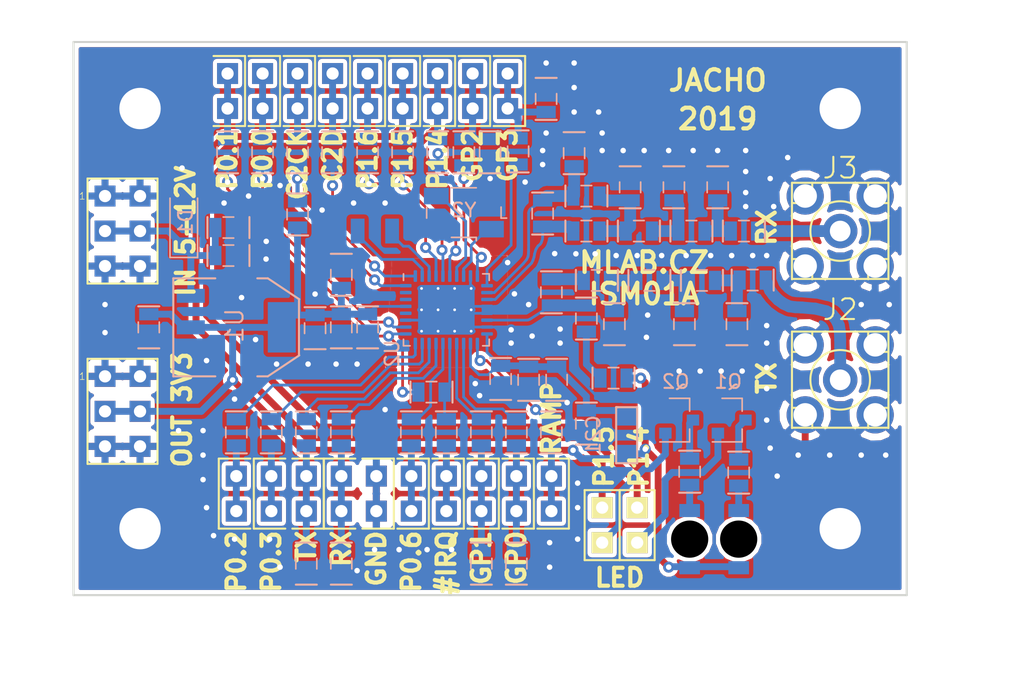
<source format=kicad_pcb>
(kicad_pcb (version 20201002) (generator pcbnew)
  (title_block (title "NAME") (date "%d. %m. %Y") (rev "REV") (company "Mlab www.mlab.cz") (comment 1 "VERSION") (comment 2 "Short description\\nTwo lines are maximum") (comment 3 "nickname <email@example.com>"))
  (layers (0 "F.Cu" signal) (31 "B.Cu" signal) (34 "B.Paste" user) (36 "B.SilkS" user "B.Silkscreen") (37 "F.SilkS" user "F.Silkscreen") (38 "B.Mask" user) (39 "F.Mask" user) (44 "Edge.Cuts" user))
  (net 0 "")
  (net 1 "GND")
  (net 2 "VCC")
  (net 3 "+3V3")
  (net 4 "Net-(C4-Pad1)")
  (net 5 "Net-(C6-Pad1)")
  (net 6 "Net-(C7-Pad1)")
  (net 7 "Net-(C8-Pad1)")
  (net 8 "Net-(C9-Pad1)")
  (net 9 "Net-(C10-Pad1)")
  (net 10 "Net-(C11-Pad1)")
  (net 11 "Net-(C11-Pad2)")
  (net 12 "Net-(C12-Pad1)")
  (net 13 "Net-(C13-Pad1)")
  (net 14 "Net-(C15-Pad1)")
  (net 15 "/GPIO0")
  (net 16 "/GPIO1")
  (net 17 "/GPIO2")
  (net 18 "/GPIO3")
  (net 19 "/RX")
  (net 20 "/TX")
  (net 21 "Net-(J2-Pad1)")
  (net 22 "Net-(J3-Pad1)")
  (net 23 "/P2.7C2D")
  (net 24 "/P1.6")
  (net 25 "/P1.5")
  (net 26 "/P1.4")
  (net 27 "/P0.6")
  (net 28 "/P0.3")
  (net 29 "/P0.2")
  (net 30 "/P0.1")
  (net 31 "/P0.0")
  (net 32 "/TXRAMP")
  (net 33 "/#RST_C2CK")
  (net 34 "/#IRQ")
  (net 35 "Net-(L8-Pad1)")
  (net 36 "Net-(R2-Pad2)")
  (net 37 "Net-(R3-Pad2)")
  (net 38 "Net-(R4-Pad2)")
  (net 39 "Net-(R5-Pad2)")
  (net 40 "Net-(R6-Pad2)")
  (net 41 "Net-(R7-Pad2)")
  (net 42 "Net-(R8-Pad2)")
  (net 43 "Net-(R9-Pad2)")
  (net 44 "Net-(R10-Pad2)")
  (net 45 "Net-(R12-Pad2)")
  (net 46 "Net-(R13-Pad2)")
  (net 47 "Net-(R16-Pad2)")
  (net 48 "Net-(R17-Pad2)")
  (net 49 "Net-(R18-Pad2)")
  (net 50 "Net-(R19-Pad2)")
  (net 51 "Net-(U2-Pad2)")
  (net 52 "Net-(U2-Pad3)")
  (net 53 "Net-(U2-Pad7)")
  (net 54 "Net-(U2-Pad8)")
  (net 55 "Net-(D2-Pad1)")
  (net 56 "Net-(D3-Pad1)")
  (net 57 "Net-(Q1-Pad3)")
  (net 58 "Net-(J24-Pad1)")
  (net 59 "Net-(J25-Pad1)")
  (net 60 "Net-(Q2-Pad3)")
  (net 61 "/P0.1_1")
  (net 62 "/#RST_1")
  (net 63 "/#IRQ_1")
  (module "Mlab_Pin_Headers:Straight_2x01" (layer "F.Cu") (at 34.925 -7.62 90)
    (fp_text reference "J17" hide)
    (fp_text value "HEADER_2x01_PARALLEL" hide)
    (pad "1" thru_hole rect (at -1.27 0 90) (size 1.524 1.524) (drill 0.889) (layers *.Cu *.Mask) (net 32 "/TXRAMP"))
    (pad "2" thru_hole rect (at 1.27 0 90) (size 1.524 1.524) (drill 0.889) (layers *.Cu *.Mask) (net 32 "/TXRAMP"))
  )
  (module "Mlab_Pin_Headers:Straight_1x02" (layer "F.Cu") (at 41.148 -5.334 180)
    (fp_text reference "J24" hide)
    (fp_text value "HEADER_1x02" hide)
    (pad "1" thru_hole rect (at 0 -1.27 180) (size 1.524 1.524) (drill 0.889) (layers *.Cu *.Mask "F.SilkS") (net 58 "Net-(J24-Pad1)"))
    (pad "2" thru_hole rect (at 0 1.27 180) (size 1.524 1.524) (drill 0.889) (layers *.Cu *.Mask "F.SilkS") (net 26 "/P1.4"))
  )
  (module "Mlab_Pin_Headers:Straight_1x02" (layer "F.Cu") (at 38.608 -5.334 180)
    (fp_text reference "J25" hide)
    (fp_text value "HEADER_1x02" hide)
    (pad "1" thru_hole rect (at 0 -1.27 180) (size 1.524 1.524) (drill 0.889) (layers *.Cu *.Mask "F.SilkS") (net 59 "Net-(J25-Pad1)"))
    (pad "2" thru_hole rect (at 0 1.27 180) (size 1.524 1.524) (drill 0.889) (layers *.Cu *.Mask "F.SilkS") (net 25 "/P1.5"))
  )
  (module "Mlab_Pin_Headers:Straight_2x03" (layer "F.Cu") (at 3.81 -26.67)
    (fp_text reference "J1" hide)
    (fp_text value "JUMP_3X2" hide)
    (fp_text user "1" (at -2.921 -2.54) (layer "F.SilkS") (effects (font (size 0.5 0.5) (thickness 0.05))))
    (pad "1" thru_hole rect (at -1.27 -2.54) (size 1.524 1.524) (drill 0.889) (layers *.Cu *.Mask) (net 1 "GND"))
    (pad "2" thru_hole rect (at 1.27 -2.54) (size 1.524 1.524) (drill 0.889) (layers *.Cu *.Mask) (net 1 "GND"))
    (pad "3" thru_hole rect (at -1.27 0) (size 1.524 1.524) (drill 0.889) (layers *.Cu *.Mask) (net 2 "VCC"))
    (pad "4" thru_hole rect (at 1.27 0) (size 1.524 1.524) (drill 0.889) (layers *.Cu *.Mask) (net 2 "VCC"))
    (pad "5" thru_hole rect (at -1.27 2.54) (size 1.524 1.524) (drill 0.889) (layers *.Cu *.Mask) (net 1 "GND"))
    (pad "6" thru_hole rect (at 1.27 2.54) (size 1.524 1.524) (drill 0.889) (layers *.Cu *.Mask) (net 1 "GND"))
  )
  (module "Mlab_Pin_Headers:Straight_2x03" (layer "F.Cu") (at 3.81 -13.589)
    (fp_text reference "J4" hide)
    (fp_text value "JUMP_3X2" hide)
    (fp_text user "1" (at -2.921 -2.54) (layer "F.SilkS") (effects (font (size 0.5 0.5) (thickness 0.05))))
    (pad "1" thru_hole rect (at -1.27 -2.54) (size 1.524 1.524) (drill 0.889) (layers *.Cu *.Mask) (net 1 "GND"))
    (pad "2" thru_hole rect (at 1.27 -2.54) (size 1.524 1.524) (drill 0.889) (layers *.Cu *.Mask) (net 1 "GND"))
    (pad "3" thru_hole rect (at -1.27 0) (size 1.524 1.524) (drill 0.889) (layers *.Cu *.Mask) (net 3 "+3V3"))
    (pad "4" thru_hole rect (at 1.27 0) (size 1.524 1.524) (drill 0.889) (layers *.Cu *.Mask) (net 3 "+3V3"))
    (pad "5" thru_hole rect (at -1.27 2.54) (size 1.524 1.524) (drill 0.889) (layers *.Cu *.Mask) (net 1 "GND"))
    (pad "6" thru_hole rect (at 1.27 2.54) (size 1.524 1.524) (drill 0.889) (layers *.Cu *.Mask) (net 1 "GND"))
  )
  (module "Mlab_Pin_Headers:Straight_2x01" (layer "F.Cu") (at 24.765 -7.62 90)
    (fp_text reference "J10" hide)
    (fp_text value "HEADER_2x01_PARALLEL" hide)
    (pad "1" thru_hole rect (at -1.27 0 90) (size 1.524 1.524) (drill 0.889) (layers *.Cu *.Mask) (net 27 "/P0.6"))
    (pad "2" thru_hole rect (at 1.27 0 90) (size 1.524 1.524) (drill 0.889) (layers *.Cu *.Mask) (net 27 "/P0.6"))
  )
  (module "Mlab_Pin_Headers:Straight_2x01" (layer "F.Cu") (at 19.685 -7.62 -90)
    (fp_text reference "J11" hide)
    (fp_text value "HEADER_2x01_PARALLEL" hide)
    (pad "1" thru_hole rect (at -1.27 0 270) (size 1.524 1.524) (drill 0.889) (layers *.Cu *.Mask) (net 19 "/RX"))
    (pad "2" thru_hole rect (at 1.27 0 270) (size 1.524 1.524) (drill 0.889) (layers *.Cu *.Mask) (net 19 "/RX"))
  )
  (module "Mlab_Pin_Headers:Straight_2x01" (layer "F.Cu") (at 17.145 -7.62 90)
    (fp_text reference "J12" hide)
    (fp_text value "HEADER_2x01_PARALLEL" hide)
    (pad "1" thru_hole rect (at -1.27 0 90) (size 1.524 1.524) (drill 0.889) (layers *.Cu *.Mask) (net 20 "/TX"))
    (pad "2" thru_hole rect (at 1.27 0 90) (size 1.524 1.524) (drill 0.889) (layers *.Cu *.Mask) (net 20 "/TX"))
  )
  (module "Mlab_Pin_Headers:Straight_2x01" (layer "F.Cu") (at 14.605 -7.62 -90)
    (fp_text reference "J13" hide)
    (fp_text value "HEADER_2x01_PARALLEL" hide)
    (pad "1" thru_hole rect (at -1.27 0 270) (size 1.524 1.524) (drill 0.889) (layers *.Cu *.Mask) (net 28 "/P0.3"))
    (pad "2" thru_hole rect (at 1.27 0 270) (size 1.524 1.524) (drill 0.889) (layers *.Cu *.Mask) (net 28 "/P0.3"))
  )
  (module "Mlab_Pin_Headers:Straight_2x01" (layer "F.Cu") (at 12.065 -7.62 -90)
    (fp_text reference "J14" hide)
    (fp_text value "HEADER_2x01_PARALLEL" hide)
    (pad "1" thru_hole rect (at -1.27 0 270) (size 1.524 1.524) (drill 0.889) (layers *.Cu *.Mask) (net 29 "/P0.2"))
    (pad "2" thru_hole rect (at 1.27 0 270) (size 1.524 1.524) (drill 0.889) (layers *.Cu *.Mask) (net 29 "/P0.2"))
  )
  (module "Mlab_Pin_Headers:Straight_2x01" (layer "F.Cu") (at 27.305 -7.62 90)
    (fp_text reference "J19" hide)
    (fp_text value "HEADER_2x01_PARALLEL" hide)
    (pad "1" thru_hole rect (at -1.27 0 90) (size 1.524 1.524) (drill 0.889) (layers *.Cu *.Mask) (net 34 "/#IRQ"))
    (pad "2" thru_hole rect (at 1.27 0 90) (size 1.524 1.524) (drill 0.889) (layers *.Cu *.Mask) (net 34 "/#IRQ"))
  )
  (module "Mlab_Pin_Headers:Straight_2x01" (layer "F.Cu") (at 32.385 -7.62 90)
    (fp_text reference "J20" hide)
    (fp_text value "HEADER_2x01_PARALLEL" hide)
    (pad "1" thru_hole rect (at -1.27 0 90) (size 1.524 1.524) (drill 0.889) (layers *.Cu *.Mask) (net 15 "/GPIO0"))
    (pad "2" thru_hole rect (at 1.27 0 90) (size 1.524 1.524) (drill 0.889) (layers *.Cu *.Mask) (net 15 "/GPIO0"))
  )
  (module "Mlab_Pin_Headers:Straight_2x01" (layer "F.Cu") (at 29.845 -7.62 90)
    (fp_text reference "J21" hide)
    (fp_text value "HEADER_2x01_PARALLEL" hide)
    (pad "1" thru_hole rect (at -1.27 0 90) (size 1.524 1.524) (drill 0.889) (layers *.Cu *.Mask) (net 16 "/GPIO1"))
    (pad "2" thru_hole rect (at 1.27 0 90) (size 1.524 1.524) (drill 0.889) (layers *.Cu *.Mask) (net 16 "/GPIO1"))
  )
  (module "Mlab_Mechanical:MountingHole_3mm" (layer "F.Cu") (at 5.08 -35.56)
    (fp_text reference "M1" hide)
    (fp_text value "HOLE" hide)
    (pad "1" thru_hole circle (at 0 0) (size 6 6) (drill 3) (layers *.Cu *.Adhes *.Mask) (net 1 "GND") (clearance 1))
  )
  (module "Mlab_Mechanical:MountingHole_3mm" (layer "F.Cu") (at 55.88 -5.08)
    (fp_text reference "M2" hide)
    (fp_text value "HOLE" hide)
    (pad "1" thru_hole circle (at 0 0) (size 6 6) (drill 3) (layers *.Cu *.Adhes *.Mask) (net 1 "GND") (clearance 1))
  )
  (module "Mlab_Mechanical:MountingHole_3mm" (layer "F.Cu") (at 5.08 -5.08)
    (fp_text reference "M3" hide)
    (fp_text value "HOLE" hide)
    (pad "1" thru_hole circle (at 0 0) (size 6 6) (drill 3) (layers *.Cu *.Adhes *.Mask) (net 1 "GND") (clearance 1))
  )
  (module "Mlab_Mechanical:MountingHole_3mm" (layer "F.Cu") (at 66.04 -35.56)
    (fp_text reference "M4" hide)
    (fp_text value "HOLE" hide)
    (pad "1" thru_hole circle (at -10.16 0) (size 6 6) (drill 3) (layers *.Cu *.Adhes *.Mask) (net 1 "GND") (clearance 1))
  )
  (module "Mlab_CON:SMA6251A13G50" (layer "F.Cu") (at 55.88 -26.67)
    (fp_text reference "J3" (at 0 -4.572) (layer "F.SilkS") (effects (font (size 1.5 1.5))))
    (fp_text value "SMA" hide)
    (pad "1" thru_hole circle (at 0 0 180) (size 2.5 2.5) (drill 1.5) (layers *.Cu *.Mask) (net 22 "Net-(J3-Pad1)"))
    (pad "2" thru_hole circle (at -2.54 -2.54 180) (size 2.7 2.7) (drill 1.7) (layers *.Cu *.Mask) (net 1 "GND"))
    (pad "2" thru_hole circle (at 2.54 2.54 180) (size 2.7 2.7) (drill 1.7) (layers *.Cu *.Mask) (net 1 "GND"))
    (pad "2" thru_hole circle (at 2.54 -2.54 180) (size 2.7 2.7) (drill 1.7) (layers *.Cu *.Mask) (net 1 "GND"))
    (pad "2" thru_hole circle (at -2.54 2.54 180) (size 2.7 2.7) (drill 1.7) (layers *.Cu *.Mask) (net 1 "GND"))
  )
  (module "Mlab_Pin_Headers:Straight_2x01" (layer "F.Cu") (at 22.225 -7.62 90)
    (fp_text reference "J26" hide)
    (fp_text value "HEADER_2x01_PARALLEL" hide)
    (pad "1" thru_hole rect (at -1.27 0 90) (size 1.524 1.524) (drill 0.889) (layers *.Cu *.Mask) (net 1 "GND"))
    (pad "2" thru_hole rect (at 1.27 0 90) (size 1.524 1.524) (drill 0.889) (layers *.Cu *.Mask) (net 1 "GND"))
  )
  (module "Mlab_Pin_Headers:Straight_2x01" (layer "F.Cu") (at 24.13 -36.83 90)
    (fp_text reference "J8" hide)
    (fp_text value "HEADER_2x01_PARALLEL" hide)
    (pad "1" thru_hole rect (at -1.27 0 90) (size 1.524 1.524) (drill 0.889) (layers *.Cu *.Mask) (net 25 "/P1.5"))
    (pad "2" thru_hole rect (at 1.27 0 90) (size 1.524 1.524) (drill 0.889) (layers *.Cu *.Mask) (net 25 "/P1.5"))
  )
  (module "Mlab_Pin_Headers:Straight_2x01" (layer "F.Cu") (at 21.59 -36.83 90)
    (fp_text reference "J7" hide)
    (fp_text value "HEADER_2x01_PARALLEL" hide)
    (pad "1" thru_hole rect (at -1.27 0 90) (size 1.524 1.524) (drill 0.889) (layers *.Cu *.Mask) (net 24 "/P1.6"))
    (pad "2" thru_hole rect (at 1.27 0 90) (size 1.524 1.524) (drill 0.889) (layers *.Cu *.Mask) (net 24 "/P1.6"))
  )
  (module "Mlab_Pin_Headers:Straight_2x01" (layer "F.Cu") (at 19.05 -36.83 90)
    (fp_text reference "J6" hide)
    (fp_text value "HEADER_2x01_PARALLEL" hide)
    (pad "1" thru_hole rect (at -1.27 0 90) (size 1.524 1.524) (drill 0.889) (layers *.Cu *.Mask) (net 23 "/P2.7C2D"))
    (pad "2" thru_hole rect (at 1.27 0 90) (size 1.524 1.524) (drill 0.889) (layers *.Cu *.Mask) (net 23 "/P2.7C2D"))
  )
  (module "Mlab_Pin_Headers:Straight_2x01" (layer "F.Cu") (at 26.67 -36.83 90)
    (fp_text reference "J9" hide)
    (fp_text value "HEADER_2x01_PARALLEL" hide)
    (pad "1" thru_hole rect (at -1.27 0 90) (size 1.524 1.524) (drill 0.889) (layers *.Cu *.Mask) (net 26 "/P1.4"))
    (pad "2" thru_hole rect (at 1.27 0 90) (size 1.524 1.524) (drill 0.889) (layers *.Cu *.Mask) (net 26 "/P1.4"))
  )
  (module "Mlab_Pin_Headers:Straight_2x01" (layer "F.Cu") (at 16.51 -36.83 90)
    (fp_text reference "J18" hide)
    (fp_text value "HEADER_2x01_PARALLEL" hide)
    (pad "1" thru_hole rect (at -1.27 0 90) (size 1.524 1.524) (drill 0.889) (layers *.Cu *.Mask) (net 33 "/#RST_C2CK"))
    (pad "2" thru_hole rect (at 1.27 0 90) (size 1.524 1.524) (drill 0.889) (layers *.Cu *.Mask) (net 33 "/#RST_C2CK"))
  )
  (module "Mlab_Pin_Headers:Straight_2x01" (layer "F.Cu") (at 29.21 -36.83 90)
    (fp_text reference "J22" hide)
    (fp_text value "HEADER_2x01_PARALLEL" hide)
    (pad "1" thru_hole rect (at -1.27 0 90) (size 1.524 1.524) (drill 0.889) (layers *.Cu *.Mask) (net 17 "/GPIO2"))
    (pad "2" thru_hole rect (at 1.27 0 90) (size 1.524 1.524) (drill 0.889) (layers *.Cu *.Mask) (net 17 "/GPIO2"))
  )
  (module "Mlab_Pin_Headers:Straight_2x01" (layer "F.Cu") (at 13.97 -36.83 90)
    (fp_text reference "J16" hide)
    (fp_text value "HEADER_2x01_PARALLEL" hide)
    (pad "1" thru_hole rect (at -1.27 0 90) (size 1.524 1.524) (drill 0.889) (layers *.Cu *.Mask) (net 31 "/P0.0"))
    (pad "2" thru_hole rect (at 1.27 0 90) (size 1.524 1.524) (drill 0.889) (layers *.Cu *.Mask) (net 31 "/P0.0"))
  )
  (module "Mlab_Pin_Headers:Straight_2x01" (layer "F.Cu") (at 11.43 -36.83 90)
    (fp_text reference "J15" hide)
    (fp_text value "HEADER_2x01_PARALLEL" hide)
    (pad "1" thru_hole rect (at -1.27 0 90) (size 1.524 1.524) (drill 0.889) (layers *.Cu *.Mask) (net 30 "/P0.1"))
    (pad "2" thru_hole rect (at 1.27 0 90) (size 1.524 1.524) (drill 0.889) (layers *.Cu *.Mask) (net 30 "/P0.1"))
  )
  (module "Mlab_Pin_Headers:Straight_2x01" (layer "F.Cu") (at 31.75 -36.83 90)
    (fp_text reference "J23" hide)
    (fp_text value "HEADER_2x01_PARALLEL" hide)
    (pad "1" thru_hole rect (at -1.27 0 90) (size 1.524 1.524) (drill 0.889) (layers *.Cu *.Mask) (net 18 "/GPIO3"))
    (pad "2" thru_hole rect (at 1.27 0 90) (size 1.524 1.524) (drill 0.889) (layers *.Cu *.Mask) (net 18 "/GPIO3"))
  )
  (module "Mlab_CON:SMA6251A13G50" (layer "F.Cu") (at 55.88 -15.875)
    (fp_text reference "J2" (at 0 -5.1) (layer "F.SilkS") (effects (font (size 1.5 1.5))))
    (fp_text value "SMA" hide)
    (pad "1" thru_hole circle (at 0 0 180) (size 2.5 2.5) (drill 1.5) (layers *.Cu *.Mask) (net 21 "Net-(J2-Pad1)"))
    (pad "2" thru_hole circle (at -2.54 -2.54 180) (size 2.7 2.7) (drill 1.7) (layers *.Cu *.Mask) (net 1 "GND"))
    (pad "2" thru_hole circle (at 2.54 2.54 180) (size 2.7 2.7) (drill 1.7) (layers *.Cu *.Mask) (net 1 "GND"))
    (pad "2" thru_hole circle (at -2.54 2.54 180) (size 2.7 2.7) (drill 1.7) (layers *.Cu *.Mask) (net 1 "GND"))
    (pad "2" thru_hole circle (at 2.54 -2.54 180) (size 2.7 2.7) (drill 1.7) (layers *.Cu *.Mask) (net 1 "GND"))
  )
  (module "Mlab_R:SMD-0805" (layer "B.Cu") (at 27.305 -12.065 90)
    (fp_text reference "R15")
    (fp_text value "33R")
    (pad "1" smd rect (at -0.9525 0 90) (size 0.889 1.397) (layers "B.Cu" "B.Paste" "B.Mask") (net 34 "/#IRQ"))
    (pad "2" smd rect (at 0.9525 0 90) (size 0.889 1.397) (layers "B.Cu" "B.Paste" "B.Mask") (net 63 "/#IRQ_1"))
  )
  (module "Mlab_R:SMD-0805" (layer "B.Cu") (at 29.845 -12.065 90)
    (fp_text reference "R17")
    (fp_text value "33R")
    (pad "1" smd rect (at -0.9525 0 90) (size 0.889 1.397) (layers "B.Cu" "B.Paste" "B.Mask") (net 16 "/GPIO1"))
    (pad "2" smd rect (at 0.9525 0 90) (size 0.889 1.397) (layers "B.Cu" "B.Paste" "B.Mask") (net 48 "Net-(R17-Pad2)"))
  )
  (module "Mlab_IO:SOT-223" (layer "B.Cu") (at 12.065 -19.685 90)
    (fp_text reference "U1")
    (fp_text value "LM1117")
    (fp_text user "${REFERENCE}" (at 0.127 -0.127 90) (layer "B.SilkS") (effects (font (size 1.27 1.27)) (justify mirror)))
    (pad "1" smd rect (at -2.286 -3.302 90) (size 1.016 2.032) (layers "B.Cu" "B.Paste" "B.Mask") (net 1 "GND"))
    (pad "2" smd rect (at 0 -3.302 90) (size 1.016 2.032) (layers "B.Cu" "B.Paste" "B.Mask") (net 3 "+3V3"))
    (pad "3" smd rect (at 2.286 -3.302 90) (size 1.016 2.032) (layers "B.Cu" "B.Paste" "B.Mask") (net 2 "VCC"))
    (pad "4" smd rect (at 0 3.302 90) (size 3.6576 2.032) (layers "B.Cu" "B.Paste" "B.Mask") (net 3 "+3V3"))
  )
  (module "Package_TO_SOT_SMD:SOT-23" (layer "B.Cu") (at 48.006 -12.954)
    (fp_text reference "Q1" (at -0.254 -2.794) (layer "B.SilkS") (effects (justify mirror)))
    (fp_text value "BC817" hide)
    (pad "1" smd rect (at -1 0.95) (size 0.9 0.8) (layers "B.Cu" "B.Paste" "B.Mask") (net 58 "Net-(J24-Pad1)"))
    (pad "2" smd rect (at -1 -0.95) (size 0.9 0.8) (layers "B.Cu" "B.Paste" "B.Mask") (net 1 "GND"))
    (pad "3" smd rect (at 1 0) (size 0.9 0.8) (layers "B.Cu" "B.Paste" "B.Mask") (net 57 "Net-(Q1-Pad3)"))
  )
  (module "Mlab_D:LED_1206" (layer "B.Cu") (at 44.958 -4.318 90)
    (fp_text reference "D3" hide)
    (fp_text value "GREEN" hide)
    (pad "" np_thru_hole circle (at 0 0 90) (size 2.7 2.7) (drill 2.7) (layers *.Mask))
    (pad "1" smd rect (at 2.075 0 90) (size 0.95 1.5) (layers "B.Cu" "B.Paste" "B.Mask") (net 56 "Net-(D3-Pad1)"))
    (pad "2" smd rect (at -2.075 0 90) (size 0.95 1.5) (layers "B.Cu" "B.Paste" "B.Mask") (net 3 "+3V3"))
  )
  (module "Mlab_D:LED_1206" (layer "B.Cu") (at 48.514 -4.318 90)
    (fp_text reference "D2" hide)
    (fp_text value "RED" hide)
    (pad "" np_thru_hole circle (at 0 0 90) (size 2.7 2.7) (drill 2.7) (layers *.Mask))
    (pad "1" smd rect (at 2.075 0 90) (size 0.95 1.5) (layers "B.Cu" "B.Paste" "B.Mask") (net 55 "Net-(D2-Pad1)"))
    (pad "2" smd rect (at -2.075 0 90) (size 0.95 1.5) (layers "B.Cu" "B.Paste" "B.Mask") (net 3 "+3V3"))
  )
  (module "Mlab_R:SMD-0805" (layer "B.Cu") (at 32.512 -32.4485 -90)
    (fp_text reference "R19")
    (fp_text value "33R")
    (pad "1" smd rect (at -0.9525 0 270) (size 0.889 1.397) (layers "B.Cu" "B.Paste" "B.Mask") (net 18 "/GPIO3"))
    (pad "2" smd rect (at 0.9525 0 270) (size 0.889 1.397) (layers "B.Cu" "B.Paste" "B.Mask") (net 50 "Net-(R19-Pad2)"))
  )
  (module "Package_TO_SOT_SMD:SOT-23" (layer "B.Cu") (at 44.196 -12.954)
    (fp_text reference "Q2" (at -0.254 -2.794) (layer "B.SilkS") (effects (justify mirror)))
    (fp_text value "BC817" hide)
    (pad "1" smd rect (at -1 0.95) (size 0.9 0.8) (layers "B.Cu" "B.Paste" "B.Mask") (net 59 "Net-(J25-Pad1)"))
    (pad "2" smd rect (at -1 -0.95) (size 0.9 0.8) (layers "B.Cu" "B.Paste" "B.Mask") (net 1 "GND"))
    (pad "3" smd rect (at 1 0) (size 0.9 0.8) (layers "B.Cu" "B.Paste" "B.Mask") (net 60 "Net-(Q2-Pad3)"))
  )
  (module "Mlab_R:SMD-0805" (layer "B.Cu") (at 11.4935 -24.892)
    (fp_text reference "C1")
    (fp_text value "10uF")
    (pad "1" smd rect (at -0.9525 0) (size 0.889 1.397) (layers "B.Cu" "B.Paste" "B.Mask") (net 2 "VCC"))
    (pad "2" smd rect (at 0.9525 0) (size 0.889 1.397) (layers "B.Cu" "B.Paste" "B.Mask") (net 1 "GND"))
  )
  (module "Mlab_R:SMD-0805" (layer "B.Cu") (at 17.78 -19.6215 -90)
    (fp_text reference "C3")
    (fp_text value "10uF")
    (pad "1" smd rect (at -0.9525 0 270) (size 0.889 1.397) (layers "B.Cu" "B.Paste" "B.Mask") (net 3 "+3V3"))
    (pad "2" smd rect (at 0.9525 0 270) (size 0.889 1.397) (layers "B.Cu" "B.Paste" "B.Mask") (net 1 "GND"))
  )
  (module "Mlab_R:SMD-0805" (layer "B.Cu") (at 5.715 -19.685 -90)
    (fp_text reference "C5")
    (fp_text value "10uF")
    (pad "1" smd rect (at -0.9525 0 270) (size 0.889 1.397) (layers "B.Cu" "B.Paste" "B.Mask") (net 3 "+3V3"))
    (pad "2" smd rect (at 0.9525 0 270) (size 0.889 1.397) (layers "B.Cu" "B.Paste" "B.Mask") (net 1 "GND"))
  )
  (module "Mlab_R:SMD-0805" (layer "B.Cu") (at 19.685 -19.685 -90)
    (fp_text reference "C14")
    (fp_text value "10nF")
    (pad "1" smd rect (at -0.9525 0 270) (size 0.889 1.397) (layers "B.Cu" "B.Paste" "B.Mask") (net 3 "+3V3"))
    (pad "2" smd rect (at 0.9525 0 270) (size 0.889 1.397) (layers "B.Cu" "B.Paste" "B.Mask") (net 1 "GND"))
  )
  (module "Mlab_R:SMD-0805" (layer "B.Cu") (at 33.274 -15.875 -90)
    (fp_text reference "C15")
    (fp_text value "33pF")
    (pad "1" smd rect (at -0.9525 0 270) (size 0.889 1.397) (layers "B.Cu" "B.Paste" "B.Mask") (net 14 "Net-(C15-Pad1)"))
    (pad "2" smd rect (at 0.9525 0 270) (size 0.889 1.397) (layers "B.Cu" "B.Paste" "B.Mask") (net 1 "GND"))
  )
  (module "Mlab_R:SMD-0805" (layer "B.Cu") (at 19.685 -23.495 90)
    (fp_text reference "C16")
    (fp_text value "100nF")
    (pad "1" smd rect (at -0.9525 0 90) (size 0.889 1.397) (layers "B.Cu" "B.Paste" "B.Mask") (net 3 "+3V3"))
    (pad "2" smd rect (at 0.9525 0 90) (size 0.889 1.397) (layers "B.Cu" "B.Paste" "B.Mask") (net 1 "GND"))
  )
  (module "Mlab_R:SMD-0805" (layer "B.Cu") (at 21.59 -19.685 -90)
    (fp_text reference "C18")
    (fp_text value "10uF")
    (pad "1" smd rect (at -0.9525 0 270) (size 0.889 1.397) (layers "B.Cu" "B.Paste" "B.Mask") (net 3 "+3V3"))
    (pad "2" smd rect (at 0.9525 0 270) (size 0.889 1.397) (layers "B.Cu" "B.Paste" "B.Mask") (net 1 "GND"))
  )
  (module "Mlab_L:FIR1" (layer "B.Cu") (at 40.386 -11.858 -90)
    (fp_text reference "C21" (at 0 2.413 -90) (layer "B.SilkS") (effects (justify mirror)))
    (fp_text value "NFM21PC105" hide)
    (pad "1" smd rect (at -1.35 0 270) (size 1.3 1.5) (layers "B.Cu" "B.Paste" "B.Mask") (net 14 "Net-(C15-Pad1)"))
    (pad "2" smd rect (at 0 0 270) (size 0.7 3) (layers "B.Cu" "B.Paste" "B.Mask") (net 1 "GND"))
    (pad "3" smd rect (at 1.35 0 270) (size 1.3 1.5) (layers "B.Cu" "B.Paste" "B.Mask") (net 3 "+3V3"))
  )
  (module "Mlab_R:SMD-0805" (layer "B.Cu") (at 32.385 -2.54 -90)
    (fp_text reference "C22")
    (fp_text value "10nF")
    (pad "1" smd rect (at -0.9525 0 270) (size 0.889 1.397) (layers "B.Cu" "B.Paste" "B.Mask") (net 15 "/GPIO0"))
    (pad "2" smd rect (at 0.9525 0 270) (size 0.889 1.397) (layers "B.Cu" "B.Paste" "B.Mask") (net 1 "GND"))
  )
  (module "Mlab_R:SMD-0805" (layer "B.Cu") (at 29.845 -2.54 -90)
    (fp_text reference "C23")
    (fp_text value "10nF")
    (pad "1" smd rect (at -0.9525 0 270) (size 0.889 1.397) (layers "B.Cu" "B.Paste" "B.Mask") (net 16 "/GPIO1"))
    (pad "2" smd rect (at 0.9525 0 270) (size 0.889 1.397) (layers "B.Cu" "B.Paste" "B.Mask") (net 1 "GND"))
  )
  (module "Mlab_R:SMD-0805" (layer "B.Cu") (at 19.685 -2.54 -90)
    (fp_text reference "C27")
    (fp_text value "10nF")
    (pad "1" smd rect (at -0.9525 0 270) (size 0.889 1.397) (layers "B.Cu" "B.Paste" "B.Mask") (net 19 "/RX"))
    (pad "2" smd rect (at 0.9525 0 270) (size 0.889 1.397) (layers "B.Cu" "B.Paste" "B.Mask") (net 1 "GND"))
  )
  (module "Mlab_R:SMD-0805" (layer "B.Cu") (at 17.145 -2.54 -90)
    (fp_text reference "C28")
    (fp_text value "10nF")
    (pad "1" smd rect (at -0.9525 0 270) (size 0.889 1.397) (layers "B.Cu" "B.Paste" "B.Mask") (net 20 "/TX"))
    (pad "2" smd rect (at 0.9525 0 270) (size 0.889 1.397) (layers "B.Cu" "B.Paste" "B.Mask") (net 1 "GND"))
  )
  (module "Mlab_D:Diode-MiniMELF_Standard" (layer "B.Cu") (at 8.255 -27.305 90)
    (fp_text reference "D1" (at 0 0.127 90) (layer "B.SilkS") (effects (justify mirror)))
    (fp_text value "M4" hide)
    (pad "1" smd rect (at -1.75 0 90) (size 1.3 1.7) (layers "B.Cu" "B.Paste" "B.Mask") (net 2 "VCC"))
    (pad "2" smd rect (at 1.75 0 90) (size 1.3 1.7) (layers "B.Cu" "B.Paste" "B.Mask") (net 1 "GND"))
  )
  (module "Mlab_R:SMD-0805" (layer "B.Cu") (at 37.465 -20.32 90)
    (fp_text reference "L8")
    (fp_text value "220nH")
    (pad "1" smd rect (at -0.9525 0 90) (size 0.889 1.397) (layers "B.Cu" "B.Paste" "B.Mask") (net 35 "Net-(L8-Pad1)"))
    (pad "2" smd rect (at 0.9525 0 90) (size 0.889 1.397) (layers "B.Cu" "B.Paste" "B.Mask") (net 10 "Net-(C11-Pad1)"))
  )
  (module "Mlab_R:SMD-0805" (layer "B.Cu") (at 39.4335 -16.002 180)
    (fp_text reference "R1")
    (fp_text value "0R")
    (pad "1" smd rect (at -0.9525 0 180) (size 0.889 1.397) (layers "B.Cu" "B.Paste" "B.Mask") (net 3 "+3V3"))
    (pad "2" smd rect (at 0.9525 0 180) (size 0.889 1.397) (layers "B.Cu" "B.Paste" "B.Mask") (net 35 "Net-(L8-Pad1)"))
  )
  (module "Mlab_R:SMD-0805" (layer "B.Cu") (at 24.765 -12.065 90)
    (fp_text reference "R6")
    (fp_text value "33R")
    (pad "1" smd rect (at -0.9525 0 90) (size 0.889 1.397) (layers "B.Cu" "B.Paste" "B.Mask") (net 27 "/P0.6"))
    (pad "2" smd rect (at 0.9525 0 90) (size 0.889 1.397) (layers "B.Cu" "B.Paste" "B.Mask") (net 40 "Net-(R6-Pad2)"))
  )
  (module "Mlab_R:SMD-0805" (layer "B.Cu") (at 19.685 -12.065 90)
    (fp_text reference "R7")
    (fp_text value "33R")
    (pad "1" smd rect (at -0.9525 0 90) (size 0.889 1.397) (layers "B.Cu" "B.Paste" "B.Mask") (net 19 "/RX"))
    (pad "2" smd rect (at 0.9525 0 90) (size 0.889 1.397) (layers "B.Cu" "B.Paste" "B.Mask") (net 41 "Net-(R7-Pad2)"))
  )
  (module "Mlab_R:SMD-0805" (layer "B.Cu") (at 17.145 -12.065 90)
    (fp_text reference "R8")
    (fp_text value "33R")
    (pad "1" smd rect (at -0.9525 0 90) (size 0.889 1.397) (layers "B.Cu" "B.Paste" "B.Mask") (net 20 "/TX"))
    (pad "2" smd rect (at 0.9525 0 90) (size 0.889 1.397) (layers "B.Cu" "B.Paste" "B.Mask") (net 42 "Net-(R8-Pad2)"))
  )
  (module "Mlab_R:SMD-0805" (layer "B.Cu") (at 14.605 -12.065 90)
    (fp_text reference "R9")
    (fp_text value "33R")
    (pad "1" smd rect (at -0.9525 0 90) (size 0.889 1.397) (layers "B.Cu" "B.Paste" "B.Mask") (net 28 "/P0.3"))
    (pad "2" smd rect (at 0.9525 0 90) (size 0.889 1.397) (layers "B.Cu" "B.Paste" "B.Mask") (net 43 "Net-(R9-Pad2)"))
  )
  (module "Mlab_R:SMD-0805" (layer "B.Cu") (at 12.065 -12.065 90)
    (fp_text reference "R10")
    (fp_text value "33R")
    (pad "1" smd rect (at -0.9525 0 90) (size 0.889 1.397) (layers "B.Cu" "B.Paste" "B.Mask") (net 29 "/P0.2"))
    (pad "2" smd rect (at 0.9525 0 90) (size 0.889 1.397) (layers "B.Cu" "B.Paste" "B.Mask") (net 44 "Net-(R10-Pad2)"))
  )
  (module "Mlab_R:SMD-0805" (layer "B.Cu") (at 34.925 -12.065 90)
    (fp_text reference "R13")
    (fp_text value "33R")
    (pad "1" smd rect (at -0.9525 0 90) (size 0.889 1.397) (layers "B.Cu" "B.Paste" "B.Mask") (net 32 "/TXRAMP"))
    (pad "2" smd rect (at 0.9525 0 90) (size 0.889 1.397) (layers "B.Cu" "B.Paste" "B.Mask") (net 46 "Net-(R13-Pad2)"))
  )
  (module "Mlab_R:SMD-0805" (layer "B.Cu") (at 32.385 -12.065 90)
    (fp_text reference "R16")
    (fp_text value "33R")
    (pad "1" smd rect (at -0.9525 0 90) (size 0.889 1.397) (layers "B.Cu" "B.Paste" "B.Mask") (net 15 "/GPIO0"))
    (pad "2" smd rect (at 0.9525 0 90) (size 0.889 1.397) (layers "B.Cu" "B.Paste" "B.Mask") (net 47 "Net-(R16-Pad2)"))
  )
  (module "Mlab_R:SMD-0805" (layer "B.Cu") (at 16.51 -27.8765 90)
    (fp_text reference "R20")
    (fp_text value "1k")
    (pad "1" smd rect (at -0.9525 0 90) (size 0.889 1.397) (layers "B.Cu" "B.Paste" "B.Mask") (net 3 "+3V3"))
    (pad "2" smd rect (at 0.9525 0 90) (size 0.889 1.397) (layers "B.Cu" "B.Paste" "B.Mask") (net 62 "/#RST_1"))
  )
  (module "Mlab_R:SMD-0805" (layer "B.Cu") (at 26.2255 -14.986 180)
    (fp_text reference "R21")
    (fp_text value "0R")
    (pad "1" smd rect (at -0.9525 0 180) (size 0.889 1.397) (layers "B.Cu" "B.Paste" "B.Mask") (net 63 "/#IRQ_1"))
    (pad "2" smd rect (at 0.9525 0 180) (size 0.889 1.397) (layers "B.Cu" "B.Paste" "B.Mask") (net 61 "/P0.1_1"))
  )
  (module "Mlab_R:SMD-0805" (layer "B.Cu") (at 48.514 -9.144 90)
    (fp_text reference "R22")
    (fp_text value "150R")
    (pad "1" smd rect (at -0.9525 0 90) (size 0.889 1.397) (layers "B.Cu" "B.Paste" "B.Mask") (net 55 "Net-(D2-Pad1)"))
    (pad "2" smd rect (at 0.9525 0 90) (size 0.889 1.397) (layers "B.Cu" "B.Paste" "B.Mask") (net 57 "Net-(Q1-Pad3)"))
  )
  (module "Mlab_R:SMD-0805" (layer "B.Cu") (at 44.958 -9.2075 90)
    (fp_text reference "R23")
    (fp_text value "150R")
    (pad "1" smd rect (at -0.9525 0 90) (size 0.889 1.397) (layers "B.Cu" "B.Paste" "B.Mask") (net 56 "Net-(D3-Pad1)"))
    (pad "2" smd rect (at 0.9525 0 90) (size 0.889 1.397) (layers "B.Cu" "B.Paste" "B.Mask") (net 60 "Net-(Q2-Pad3)"))
  )
  (module "Mlab_R:SMD-0805" (layer "B.Cu") (at 31.242 -15.9385 -90)
    (fp_text reference "C20")
    (fp_text value "10uF")
    (pad "1" smd rect (at -0.9525 0 270) (size 0.889 1.397) (layers "B.Cu" "B.Paste" "B.Mask") (net 14 "Net-(C15-Pad1)"))
    (pad "2" smd rect (at 0.9525 0 270) (size 0.889 1.397) (layers "B.Cu" "B.Paste" "B.Mask") (net 1 "GND"))
  )
  (module "Mlab_R:SMD-0805" (layer "B.Cu") (at 35.306 -15.875 -90)
    (fp_text reference "C17")
    (fp_text value "100pF")
    (pad "1" smd rect (at -0.9525 0 270) (size 0.889 1.397) (layers "B.Cu" "B.Paste" "B.Mask") (net 14 "Net-(C15-Pad1)"))
    (pad "2" smd rect (at 0.9525 0 270) (size 0.889 1.397) (layers "B.Cu" "B.Paste" "B.Mask") (net 1 "GND"))
  )
  (module "Mlab_R:SMD-0805" (layer "B.Cu") (at 11.4935 -26.924)
    (fp_text reference "C2")
    (fp_text value "100nF")
    (pad "1" smd rect (at -0.9525 0) (size 0.889 1.397) (layers "B.Cu" "B.Paste" "B.Mask") (net 2 "VCC"))
    (pad "2" smd rect (at 0.9525 0) (size 0.889 1.397) (layers "B.Cu" "B.Paste" "B.Mask") (net 1 "GND"))
  )
  (module "Mlab_XTAL:ABS07" (layer "B.Cu") (at 22.118 -26.67 180)
    (fp_text reference "Y1")
    (fp_text value "ABS07-120-32.768KHZ" hide)
    (pad "1" smd rect (at 1.25 0 180) (size 1 1.8) (layers "B.Cu" "B.Paste" "B.Mask") (net 51 "Net-(U2-Pad2)"))
    (pad "2" smd rect (at -1.25 0 180) (size 1 1.8) (layers "B.Cu" "B.Paste" "B.Mask") (net 52 "Net-(U2-Pad3)"))
  )
  (module "Mlab_R:SMD-0805" (layer "B.Cu") (at 28.575 -32.385 -90)
    (fp_text reference "R18")
    (fp_text value "33R")
    (pad "1" smd rect (at -0.9525 0 270) (size 0.889 1.397) (layers "B.Cu" "B.Paste" "B.Mask") (net 17 "/GPIO2"))
    (pad "2" smd rect (at 0.9525 0 270) (size 0.889 1.397) (layers "B.Cu" "B.Paste" "B.Mask") (net 49 "Net-(R18-Pad2)"))
  )
  (module "Mlab_R:SMD-0805" (layer "B.Cu") (at 30.48 -32.385 -90)
    (fp_text reference "C25")
    (fp_text value "10nF")
    (pad "1" smd rect (at -0.9525 0 270) (size 0.889 1.397) (layers "B.Cu" "B.Paste" "B.Mask") (net 17 "/GPIO2"))
    (pad "2" smd rect (at 0.9525 0 270) (size 0.889 1.397) (layers "B.Cu" "B.Paste" "B.Mask") (net 1 "GND"))
  )
  (module "Mlab_R:SMD-0805" (layer "B.Cu") (at 34.544 -36.2585 90)
    (fp_text reference "C26")
    (fp_text value "10nF")
    (pad "1" smd rect (at -0.9525 0 90) (size 0.889 1.397) (layers "B.Cu" "B.Paste" "B.Mask") (net 18 "/GPIO3"))
    (pad "2" smd rect (at 0.9525 0 90) (size 0.889 1.397) (layers "B.Cu" "B.Paste" "B.Mask") (net 1 "GND"))
  )
  (module "Mlab_R:SMD-0805" (layer "B.Cu") (at 26.67 -32.385 -90)
    (fp_text reference "R5")
    (fp_text value "33R")
    (pad "1" smd rect (at -0.9525 0 270) (size 0.889 1.397) (layers "B.Cu" "B.Paste" "B.Mask") (net 26 "/P1.4"))
    (pad "2" smd rect (at 0.9525 0 270) (size 0.889 1.397) (layers "B.Cu" "B.Paste" "B.Mask") (net 39 "Net-(R5-Pad2)"))
  )
  (module "Mlab_R:SMD-0805" (layer "B.Cu") (at 21.59 -32.385 -90)
    (fp_text reference "R3")
    (fp_text value "33R")
    (pad "1" smd rect (at -0.9525 0 270) (size 0.889 1.397) (layers "B.Cu" "B.Paste" "B.Mask") (net 24 "/P1.6"))
    (pad "2" smd rect (at 0.9525 0 270) (size 0.889 1.397) (layers "B.Cu" "B.Paste" "B.Mask") (net 37 "Net-(R3-Pad2)"))
  )
  (module "Mlab_R:SMD-0805" (layer "B.Cu") (at 24.13 -32.385 -90)
    (fp_text reference "R4")
    (fp_text value "33R")
    (pad "1" smd rect (at -0.9525 0 270) (size 0.889 1.397) (layers "B.Cu" "B.Paste" "B.Mask") (net 25 "/P1.5"))
    (pad "2" smd rect (at 0.9525 0 270) (size 0.889 1.397) (layers "B.Cu" "B.Paste" "B.Mask") (net 38 "Net-(R4-Pad2)"))
  )
  (module "Mlab_R:SMD-0805" (layer "B.Cu") (at 16.51 -32.385 -90)
    (fp_text reference "R14")
    (fp_text value "33R")
    (pad "1" smd rect (at -0.9525 0 270) (size 0.889 1.397) (layers "B.Cu" "B.Paste" "B.Mask") (net 33 "/#RST_C2CK"))
    (pad "2" smd rect (at 0.9525 0 270) (size 0.889 1.397) (layers "B.Cu" "B.Paste" "B.Mask") (net 62 "/#RST_1"))
  )
  (module "Mlab_R:SMD-0805" (layer "B.Cu") (at 19.05 -32.385 -90)
    (fp_text reference "R2")
    (fp_text value "33R")
    (pad "1" smd rect (at -0.9525 0 270) (size 0.889 1.397) (layers "B.Cu" "B.Paste" "B.Mask") (net 23 "/P2.7C2D"))
    (pad "2" smd rect (at 0.9525 0 270) (size 0.889 1.397) (layers "B.Cu" "B.Paste" "B.Mask") (net 36 "Net-(R2-Pad2)"))
  )
  (module "Mlab_R:SMD-0805" (layer "B.Cu") (at 11.43 -32.385 -90)
    (fp_text reference "R11")
    (fp_text value "33R")
    (pad "1" smd rect (at -0.9525 0 270) (size 0.889 1.397) (layers "B.Cu" "B.Paste" "B.Mask") (net 30 "/P0.1"))
    (pad "2" smd rect (at 0.9525 0 270) (size 0.889 1.397) (layers "B.Cu" "B.Paste" "B.Mask") (net 61 "/P0.1_1"))
  )
  (module "Mlab_R:SMD-0805" (layer "B.Cu") (at 13.97 -32.385 -90)
    (fp_text reference "R12")
    (fp_text value "33R")
    (pad "1" smd rect (at -0.9525 0 270) (size 0.889 1.397) (layers "B.Cu" "B.Paste" "B.Mask") (net 31 "/P0.0"))
    (pad "2" smd rect (at 0.9525 0 270) (size 0.889 1.397) (layers "B.Cu" "B.Paste" "B.Mask") (net 45 "Net-(R12-Pad2)"))
  )
  (module "Crystal:Crystal_SMD_Abracon_ABM3B-4Pin_5.0x3.2mm" (layer "B.Cu") (at 28.575 -28.01 180)
    (fp_text reference "Y2" (at 0 0.184 180) (layer "B.SilkS") (effects (justify mirror)))
    (fp_text value "ABM3B-30.000MHZ-10-1-U-T" hide)
    (pad "1" smd rect (at -2 -1.2 180) (size 1.8 1.2) (layers "B.Cu" "B.Paste" "B.Mask") (net 54 "Net-(U2-Pad8)"))
    (pad "2" smd rect (at 2 -1.2 180) (size 1.8 1.2) (layers "B.Cu" "B.Paste" "B.Mask") (net 1 "GND"))
    (pad "3" smd rect (at 2 1.2 180) (size 1.8 1.2) (layers "B.Cu" "B.Paste" "B.Mask") (net 53 "Net-(U2-Pad7)"))
    (pad "4" smd rect (at -2 1.2 180) (size 1.8 1.2) (layers "B.Cu" "B.Paste" "B.Mask") (net 1 "GND"))
  )
  (module "Package_DFN_QFN:QFN-36-1EP_5x6mm_P0.5mm_EP3.6x4.1mm_ThermalVias" (layer "B.Cu") (at 27.305 -20.955 -90)
    (fp_text reference "U2" (at 3.175 3.937 -90) (layer "B.SilkS") (effects (justify mirror)))
    (fp_text value "Si1060-A-GM" hide)
    (pad "1" smd roundrect (at -2.45 2.25 270) (size 0.85 0.25) (layers "B.Cu" "B.Paste" "B.Mask") (net 36 "Net-(R2-Pad2)"))
    (pad "2" smd roundrect (at -2.45 1.75 270) (size 0.85 0.25) (layers "B.Cu" "B.Paste" "B.Mask") (net 51 "Net-(U2-Pad2)"))
    (pad "3" smd roundrect (at -2.45 1.25 270) (size 0.85 0.25) (layers "B.Cu" "B.Paste" "B.Mask") (net 52 "Net-(U2-Pad3)"))
    (pad "4" smd roundrect (at -2.45 0.75 270) (size 0.85 0.25) (layers "B.Cu" "B.Paste" "B.Mask") (net 37 "Net-(R3-Pad2)"))
    (pad "5" smd roundrect (at -2.45 0.25 270) (size 0.85 0.25) (layers "B.Cu" "B.Paste" "B.Mask") (net 38 "Net-(R4-Pad2)"))
    (pad "6" smd roundrect (at -2.45 -0.25 270) (size 0.85 0.25) (layers "B.Cu" "B.Paste" "B.Mask") (net 39 "Net-(R5-Pad2)"))
    (pad "7" smd roundrect (at -2.45 -0.75 270) (size 0.85 0.25) (layers "B.Cu" "B.Paste" "B.Mask") (net 53 "Net-(U2-Pad7)"))
    (pad "8" smd roundrect (at -2.45 -1.25 270) (size 0.85 0.25) (layers "B.Cu" "B.Paste" "B.Mask") (net 54 "Net-(U2-Pad8)"))
    (pad "9" smd roundrect (at -2.45 -1.75 270) (size 0.85 0.25) (layers "B.Cu" "B.Paste" "B.Mask") (net 1 "GND"))
    (pad "10" smd roundrect (at -2.45 -2.25 270) (size 0.85 0.25) (layers "B.Cu" "B.Paste" "B.Mask") (net 49 "Net-(R18-Pad2)"))
    (pad "11" smd roundrect (at -1.75 -2.95 270) (size 0.25 0.85) (layers "B.Cu" "B.Paste" "B.Mask") (net 50 "Net-(R19-Pad2)"))
    (pad "12" smd roundrect (at -1.25 -2.95 270) (size 0.25 0.85) (layers "B.Cu" "B.Paste" "B.Mask") (net 13 "Net-(C13-Pad1)"))
    (pad "13" smd roundrect (at -0.75 -2.95 270) (size 0.25 0.85) (layers "B.Cu" "B.Paste" "B.Mask") (net 12 "Net-(C12-Pad1)"))
    (pad "14" smd roundrect (at -0.25 -2.95 270) (size 0.25 0.85) (layers "B.Cu" "B.Paste" "B.Mask") (net 1 "GND"))
    (pad "15" smd roundrect (at 0.25 -2.95 270) (size 0.25 0.85) (layers "B.Cu" "B.Paste" "B.Mask") (net 1 "GND"))
    (pad "16" smd roundrect (at 0.75 -2.95 270) (size 0.25 0.85) (layers "B.Cu" "B.Paste" "B.Mask") (net 10 "Net-(C11-Pad1)"))
    (pad "17" smd roundrect (at 1.25 -2.95 270) (size 0.25 0.85) (layers "B.Cu" "B.Paste" "B.Mask") (net 1 "GND"))
    (pad "18" smd roundrect (at 1.75 -2.95 270) (size 0.25 0.85) (layers "B.Cu" "B.Paste" "B.Mask") (net 14 "Net-(C15-Pad1)"))
    (pad "19" smd roundrect (at 2.45 -2.25 270) (size 0.85 0.25) (layers "B.Cu" "B.Paste" "B.Mask") (net 46 "Net-(R13-Pad2)"))
    (pad "20" smd roundrect (at 2.45 -1.75 270) (size 0.85 0.25) (layers "B.Cu" "B.Paste" "B.Mask") (net 14 "Net-(C15-Pad1)"))
    (pad "21" smd roundrect (at 2.45 -1.25 270) (size 0.85 0.25) (layers "B.Cu" "B.Paste" "B.Mask") (net 47 "Net-(R16-Pad2)"))
    (pad "22" smd roundrect (at 2.45 -0.75 270) (size 0.85 0.25) (layers "B.Cu" "B.Paste" "B.Mask") (net 48 "Net-(R17-Pad2)"))
    (pad "23" smd roundrect (at 2.45 -0.25 270) (size 0.85 0.25) (layers "B.Cu" "B.Paste" "B.Mask") (net 63 "/#IRQ_1"))
    (pad "24" smd roundrect (at 2.45 0.25 270) (size 0.85 0.25) (layers "B.Cu" "B.Paste" "B.Mask") (net 40 "Net-(R6-Pad2)"))
    (pad "25" smd roundrect (at 2.45 0.75 270) (size 0.85 0.25) (layers "B.Cu" "B.Paste" "B.Mask") (net 41 "Net-(R7-Pad2)"))
    (pad "26" smd roundrect (at 2.45 1.25 270) (size 0.85 0.25) (layers "B.Cu" "B.Paste" "B.Mask") (net 42 "Net-(R8-Pad2)"))
    (pad "27" smd roundrect (at 2.45 1.75 270) (size 0.85 0.25) (layers "B.Cu" "B.Paste" "B.Mask") (net 43 "Net-(R9-Pad2)"))
    (pad "28" smd roundrect (at 2.45 2.25 270) (size 0.85 0.25) (layers "B.Cu" "B.Paste" "B.Mask") (net 44 "Net-(R10-Pad2)"))
    (pad "29" smd roundrect (at 1.75 2.95 270) (size 0.25 0.85) (layers "B.Cu" "B.Paste" "B.Mask") (net 61 "/P0.1_1"))
    (pad "30" smd roundrect (at 1.25 2.95 270) (size 0.25 0.85) (layers "B.Cu" "B.Paste" "B.Mask") (net 45 "Net-(R12-Pad2)"))
    (pad "31" smd roundrect (at 0.75 2.95 270) (size 0.25 0.85) (layers "B.Cu" "B.Paste" "B.Mask") (net 1 "GND"))
    (pad "32" smd roundrect (at 0.25 2.95 270) (size 0.25 0.85) (layers "B.Cu" "B.Paste" "B.Mask"))
    (pad "33" smd roundrect (at -0.25 2.95 270) (size 0.25 0.85) (layers "B.Cu" "B.Paste" "B.Mask") (net 3 "+3V3"))
    (pad "34" smd roundrect (at -0.75 2.95 270) (size 0.25 0.85) (layers "B.Cu" "B.Paste" "B.Mask"))
    (pad "35" smd roundrect (at -1.25 2.95 270) (size 0.25 0.85) (layers "B.Cu" "B.Paste" "B.Mask"))
    (pad "36" smd roundrect (at -1.75 2.95 270) (size 0.25 0.85) (layers "B.Cu" "B.Paste" "B.Mask") (net 62 "/#RST_1"))
    (pad "37" thru_hole circle (at 0 1.8 270) (size 0.5 0.5) (drill 0.2) (layers *.Cu) (net 1 "GND"))
    (pad "37" thru_hole circle (at -1.55 -1.8 270) (size 0.5 0.5) (drill 0.2) (layers *.Cu) (net 1 "GND"))
    (pad "37" thru_hole circle (at 1.55 -1.8 270) (size 0.5 0.5) (drill 0.2) (layers *.Cu) (net 1 "GND"))
    (pad "37" thru_hole circle (at 1.55 -0.6 270) (size 0.5 0.5) (drill 0.2) (layers *.Cu) (net 1 "GND"))
    (pad "37" thru_hole circle (at -1.55 1.8 270) (size 0.5 0.5) (drill 0.2) (layers *.Cu) (net 1 "GND"))
    (pad "37" thru_hole circle (at -1.55 0.6 270) (size 0.5 0.5) (drill 0.2) (layers *.Cu) (net 1 "GND"))
    (pad "37" thru_hole circle (at 1.55 0.6 270) (size 0.5 0.5) (drill 0.2) (layers *.Cu) (net 1 "GND"))
    (pad "37" thru_hole circle (at 1.55 1.8 270) (size 0.5 0.5) (drill 0.2) (layers *.Cu) (net 1 "GND"))
    (pad "37" thru_hole circle (at 0 -0.6 270) (size 0.5 0.5) (drill 0.2) (layers *.Cu) (net 1 "GND"))
    (pad "37" thru_hole circle (at 0 -1.8 270) (size 0.5 0.5) (drill 0.2) (layers *.Cu) (net 1 "GND"))
    (pad "37" thru_hole circle (at -1.55 -0.6 270) (size 0.5 0.5) (drill 0.2) (layers *.Cu) (net 1 "GND"))
    (pad "37" smd roundrect (at 0 0 270) (size 3.6 4.1) (layers "B.Cu" "B.Mask") (roundrect_rratio 0.06944400000000001) (net 1 "GND"))
    (pad "37" thru_hole circle (at 0 0.6 270) (size 0.5 0.5) (drill 0.2) (layers *.Cu) (net 1 "GND"))
    (pad "37" smd roundrect (at 0 0 270) (size 3.6 4.1) (layers "F.Cu") (roundrect_rratio 0.06944400000000001) (net 1 "GND"))
  )
  (module "Mlab_R:SMD-0805" (layer "B.Cu") (at 38.227 -23.0886 180)
    (fp_text reference "L7")
    (fp_text value "39nH")
    (pad "1" smd rect (at -0.9525 0 180) (size 0.889 1.397) (layers "B.Cu" "B.Paste" "B.Mask") (net 8 "Net-(C9-Pad1)"))
    (pad "2" smd rect (at 0.9525 0 180) (size 0.889 1.397) (layers "B.Cu" "B.Paste" "B.Mask") (net 11 "Net-(C11-Pad2)"))
  )
  (module "Mlab_R:SMD-0805" (layer "B.Cu") (at 41.275 -26.67 180)
    (fp_text reference "L6")
    (fp_text value "18nH")
    (pad "1" smd rect (at -0.9525 0 180) (size 0.889 1.397) (layers "B.Cu" "B.Paste" "B.Mask") (net 7 "Net-(C8-Pad1)"))
    (pad "2" smd rect (at 0.9525 0 180) (size 0.889 1.397) (layers "B.Cu" "B.Paste" "B.Mask") (net 9 "Net-(C10-Pad1)"))
  )
  (module "Mlab_R:SMD-0805" (layer "B.Cu") (at 37.465 -29.21 180)
    (fp_text reference "L9")
    (fp_text value "56nH")
    (pad "1" smd rect (at -0.9525 0 180) (size 0.889 1.397) (layers "B.Cu" "B.Paste" "B.Mask") (net 9 "Net-(C10-Pad1)"))
    (pad "2" smd rect (at 0.9525 0 180) (size 0.889 1.397) (layers "B.Cu" "B.Paste" "B.Mask") (net 13 "Net-(C13-Pad1)"))
  )
  (module "Mlab_R:SMD-0805" (layer "B.Cu") (at 42.037 -23.0886 180)
    (fp_text reference "L5")
    (fp_text value "18nH")
    (pad "1" smd rect (at -0.9525 0 180) (size 0.889 1.397) (layers "B.Cu" "B.Paste" "B.Mask") (net 6 "Net-(C7-Pad1)"))
    (pad "2" smd rect (at 0.9525 0 180) (size 0.889 1.397) (layers "B.Cu" "B.Paste" "B.Mask") (net 8 "Net-(C9-Pad1)"))
  )
  (module "Mlab_R:SMD-0805" (layer "B.Cu") (at 34.29 -27.94 -90)
    (fp_text reference "L10")
    (fp_text value "56nH")
    (pad "1" smd rect (at -0.9525 0 270) (size 0.889 1.397) (layers "B.Cu" "B.Paste" "B.Mask") (net 13 "Net-(C13-Pad1)"))
    (pad "2" smd rect (at 0.9525 0 270) (size 0.889 1.397) (layers "B.Cu" "B.Paste" "B.Mask") (net 12 "Net-(C12-Pad1)"))
  )
  (module "Mlab_R:SMD-0805" (layer "B.Cu") (at 44.577 -19.9136 -90)
    (fp_text reference "C7")
    (fp_text value "15pF")
    (pad "1" smd rect (at -0.9525 0 270) (size 0.889 1.397) (layers "B.Cu" "B.Paste" "B.Mask") (net 6 "Net-(C7-Pad1)"))
    (pad "2" smd rect (at 0.9525 0 270) (size 0.889 1.397) (layers "B.Cu" "B.Paste" "B.Mask") (net 1 "GND"))
  )
  (module "Mlab_R:SMD-0805" (layer "B.Cu") (at 39.497 -19.9136 -90)
    (fp_text reference "C9")
    (fp_text value "8,2pF")
    (pad "1" smd rect (at -0.9525 0 270) (size 0.889 1.397) (layers "B.Cu" "B.Paste" "B.Mask") (net 8 "Net-(C9-Pad1)"))
    (pad "2" smd rect (at 0.9525 0 270) (size 0.889 1.397) (layers "B.Cu" "B.Paste" "B.Mask") (net 1 "GND"))
  )
  (module "Mlab_R:SMD-0805" (layer "B.Cu") (at 36.576 -32.3215 90)
    (fp_text reference "C13")
    (fp_text value "5.1pF")
    (pad "1" smd rect (at -0.9525 0 90) (size 0.889 1.397) (layers "B.Cu" "B.Paste" "B.Mask") (net 13 "Net-(C13-Pad1)"))
    (pad "2" smd rect (at 0.9525 0 90) (size 0.889 1.397) (layers "B.Cu" "B.Paste" "B.Mask") (net 1 "GND"))
  )
  (module "Mlab_R:SMD-0805" (layer "B.Cu") (at 40.64 -29.845 90)
    (fp_text reference "C10")
    (fp_text value "8,2pF")
    (pad "1" smd rect (at -0.9525 0 90) (size 0.889 1.397) (layers "B.Cu" "B.Paste" "B.Mask") (net 9 "Net-(C10-Pad1)"))
    (pad "2" smd rect (at 0.9525 0 90) (size 0.889 1.397) (layers "B.Cu" "B.Paste" "B.Mask") (net 1 "GND"))
  )
  (module "Mlab_R:SMD-0805" (layer "B.Cu") (at 34.925 -22.225 90)
    (fp_text reference "C11")
    (fp_text value "8,2pF")
    (pad "1" smd rect (at -0.9525 0 90) (size 0.889 1.397) (layers "B.Cu" "B.Paste" "B.Mask") (net 10 "Net-(C11-Pad1)"))
    (pad "2" smd rect (at 0.9525 0 90) (size 0.889 1.397) (layers "B.Cu" "B.Paste" "B.Mask") (net 11 "Net-(C11-Pad2)"))
  )
  (module "Mlab_R:SMD-0805" (layer "B.Cu") (at 48.387 -19.9136 -90)
    (fp_text reference "C4")
    (fp_text value "6.8pf")
    (pad "1" smd rect (at -0.9525 0 270) (size 0.889 1.397) (layers "B.Cu" "B.Paste" "B.Mask") (net 4 "Net-(C4-Pad1)"))
    (pad "2" smd rect (at 0.9525 0 270) (size 0.889 1.397) (layers "B.Cu" "B.Paste" "B.Mask") (net 1 "GND"))
  )
  (module "Mlab_R:SMD-0805" (layer "B.Cu") (at 37.465 -26.67)
    (fp_text reference "C12")
    (fp_text value "2.7pF")
    (pad "1" smd rect (at -0.9525 0) (size 0.889 1.397) (layers "B.Cu" "B.Paste" "B.Mask") (net 12 "Net-(C12-Pad1)"))
    (pad "2" smd rect (at 0.9525 0) (size 0.889 1.397) (layers "B.Cu" "B.Paste" "B.Mask") (net 9 "Net-(C10-Pad1)"))
  )
  (module "Mlab_R:SMD-0805" (layer "B.Cu") (at 46.99 -29.845 90)
    (fp_text reference "C6")
    (fp_text value "6.8pf")
    (pad "1" smd rect (at -0.9525 0 90) (size 0.889 1.397) (layers "B.Cu" "B.Paste" "B.Mask") (net 5 "Net-(C6-Pad1)"))
    (pad "2" smd rect (at 0.9525 0 90) (size 0.889 1.397) (layers "B.Cu" "B.Paste" "B.Mask") (net 1 "GND"))
  )
  (module "Mlab_R:SMD-0805" (layer "B.Cu") (at 43.815 -29.845 90)
    (fp_text reference "C8")
    (fp_text value "15pF")
    (pad "1" smd rect (at -0.9525 0 90) (size 0.889 1.397) (layers "B.Cu" "B.Paste" "B.Mask") (net 7 "Net-(C8-Pad1)"))
    (pad "2" smd rect (at 0.9525 0 90) (size 0.889 1.397) (layers "B.Cu" "B.Paste" "B.Mask") (net 1 "GND"))
  )
  (module "Mlab_R:SMD-0805" (layer "B.Cu") (at 45.847 -23.0886 180)
    (fp_text reference "L3")
    (fp_text value "18nH")
    (pad "1" smd rect (at -0.9525 0 180) (size 0.889 1.397) (layers "B.Cu" "B.Paste" "B.Mask") (net 4 "Net-(C4-Pad1)"))
    (pad "2" smd rect (at 0.9525 0 180) (size 0.889 1.397) (layers "B.Cu" "B.Paste" "B.Mask") (net 6 "Net-(C7-Pad1)"))
  )
  (module "Mlab_R:SMD-0805" (layer "B.Cu") (at 45.085 -26.67 180)
    (fp_text reference "L4")
    (fp_text value "18nH")
    (pad "1" smd rect (at -0.9525 0 180) (size 0.889 1.397) (layers "B.Cu" "B.Paste" "B.Mask") (net 5 "Net-(C6-Pad1)"))
    (pad "2" smd rect (at 0.9525 0 180) (size 0.889 1.397) (layers "B.Cu" "B.Paste" "B.Mask") (net 7 "Net-(C8-Pad1)"))
  )
  (module "Mlab_R:SMD-0805" (layer "B.Cu") (at 49.53 -23.114 180)
    (fp_text reference "L1")
    (fp_text value "0R")
    (pad "1" smd rect (at -0.9525 0 180) (size 0.889 1.397) (layers "B.Cu" "B.Paste" "B.Mask") (net 21 "Net-(J2-Pad1)"))
    (pad "2" smd rect (at 0.9525 0 180) (size 0.889 1.397) (layers "B.Cu" "B.Paste" "B.Mask") (net 4 "Net-(C4-Pad1)"))
  )
  (module "Mlab_R:SMD-0805" (layer "B.Cu") (at 48.895 -26.67 180)
    (fp_text reference "L2")
    (fp_text value "0R")
    (pad "1" smd rect (at -0.9525 0 180) (size 0.889 1.397) (layers "B.Cu" "B.Paste" "B.Mask") (net 22 "Net-(J3-Pad1)"))
    (pad "2" smd rect (at 0.9525 0 180) (size 0.889 1.397) (layers "B.Cu" "B.Paste" "B.Mask") (net 5 "Net-(C6-Pad1)"))
  )
  (module "Mlab_R:SMD-0805" (layer "B.Cu") (at 37.465 -12.7 -90)
    (fp_text reference "C19")
    (fp_text value "100nF")
    (pad "1" smd rect (at -0.9525 0 270) (size 0.889 1.397) (layers "B.Cu" "B.Paste" "B.Mask") (net 14 "Net-(C15-Pad1)"))
    (pad "2" smd rect (at 0.9525 0 270) (size 0.889 1.397) (layers "B.Cu" "B.Paste" "B.Mask") (net 1 "GND"))
  )
  (gr_line (start 60.706 -0.254) (end 60.706 -40.386) (angle 90) (layer "Edge.Cuts") (width 0.15))
  (gr_line (start 0.254 -40.386) (end 60.706 -40.386) (angle 90) (layer "Edge.Cuts") (width 0.15))
  (gr_line (start 0.254 -0.254) (end 0.254 -40.386) (angle 90) (layer "Edge.Cuts") (width 0.15))
  (gr_line (start 0.254 -0.254) (end 60.706 -0.254) (angle 90) (layer "Edge.Cuts") (width 0.15))
  (gr_text "C2CK" (at 16.51 -34.29 90) (layer "F.SilkS") (effects (font (size 1.3 1.3) (thickness 0.3)) (justify right)))
  (gr_text "P0.0" (at 13.97 -34.29 90) (layer "F.SilkS") (effects (font (size 1.3 1.3) (thickness 0.3)) (justify right)))
  (gr_text "P0.1" (at 11.43 -34.29 90) (layer "F.SilkS") (effects (font (size 1.3 1.3) (thickness 0.3)) (justify right)))
  (gr_text "P1.6" (at 21.59 -34.29 90) (layer "F.SilkS") (effects (font (size 1.3 1.3) (thickness 0.3)) (justify right)))
  (gr_text "P1.5" (at 24.13 -34.29 90) (layer "F.SilkS") (effects (font (size 1.3 1.3) (thickness 0.3)) (justify right)))
  (gr_text "P1.4" (at 26.67 -34.29 90) (layer "F.SilkS") (effects (font (size 1.3 1.3) (thickness 0.3)) (justify right)))
  (gr_text "GP2" (at 29.21 -34.29 90) (layer "F.SilkS") (effects (font (size 1.3 1.3) (thickness 0.3)) (justify right)))
  (gr_text "GP3" (at 31.75 -34.29 90) (layer "F.SilkS") (effects (font (size 1.3 1.3) (thickness 0.3)) (justify right)))
  (gr_text "P0.2" (at 12.065 -5.08 90) (layer "F.SilkS") (effects (font (size 1.3 1.3) (thickness 0.3)) (justify right)))
  (gr_text "P0.3" (at 14.605 -5.08 90) (layer "F.SilkS") (effects (font (size 1.3 1.3) (thickness 0.3)) (justify right)))
  (gr_text "TX" (at 17.145 -5.08 90) (layer "F.SilkS") (effects (font (size 1.3 1.3) (thickness 0.3)) (justify right)))
  (gr_text "RX" (at 19.685 -5.08 90) (layer "F.SilkS") (effects (font (size 1.3 1.3) (thickness 0.3)) (justify right)))
  (gr_text "GND" (at 22.225 -5.08 90) (layer "F.SilkS") (effects (font (size 1.3 1.3) (thickness 0.3)) (justify right)))
  (gr_text "P0.6" (at 24.765 -5.08 90) (layer "F.SilkS") (effects (font (size 1.3 1.3) (thickness 0.3)) (justify right)))
  (gr_text "#IRQ" (at 27.305 -5.08 90) (layer "F.SilkS") (effects (font (size 1.3 1.3) (thickness 0.3)) (justify right)))
  (gr_text "GP1" (at 29.845 -5.08 90) (layer "F.SilkS") (effects (font (size 1.3 1.3) (thickness 0.3)) (justify right)))
  (gr_text "RAMP" (at 34.925 -15.875 90) (layer "F.SilkS") (effects (font (size 1.3 1.3) (thickness 0.3)) (justify right)))
  (gr_text "GP0" (at 32.385 -5.08 90) (layer "F.SilkS") (effects (font (size 1.3 1.3) (thickness 0.3)) (justify right)))
  (gr_text "P1.4" (at 41.275 -12.7 90) (layer "F.SilkS") (effects (font (size 1.3 1.3) (thickness 0.3)) (justify right)))
  (gr_text "P1.5" (at 38.735 -12.7 90) (layer "F.SilkS") (effects (font (size 1.3 1.3) (thickness 0.3)) (justify right)))
  (gr_text "LED" (at 39.878 -1.524) (layer "F.SilkS") (effects (font (size 1.3 1.3) (thickness 0.3))))
  (gr_text "IN 5-12V" (at 8.382 -26.67 90) (layer "F.SilkS") (effects (font (size 1.3 1.3) (thickness 0.3))))
  (gr_text "OUT 3V3" (at 8.128 -13.716 90) (layer "F.SilkS") (effects (font (size 1.3 1.3) (thickness 0.3))))
  (gr_text "RX" (at 50.546 -26.924 90) (layer "F.SilkS") (effects (font (size 1.3 1.3) (thickness 0.3))))
  (gr_text "TX" (at 50.546 -16.002 90) (layer "F.SilkS") (effects (font (size 1.3 1.3) (thickness 0.3))))
  (gr_text "ISM01A" (at 41.656 -22.098) (layer "F.SilkS") (effects (font (size 1.5 1.5) (thickness 0.3))))
  (gr_text "2019" (at 46.99 -34.798) (layer "F.SilkS") (effects (font (size 1.5 1.5) (thickness 0.3))))
  (gr_text "JACHO" (at 46.99 -37.592) (layer "F.SilkS") (effects (font (size 1.5 1.5) (thickness 0.3))))
  (gr_text "MLAB.CZ" (at 41.656 -24.384) (layer "F.SilkS") (effects (font (size 1.5 1.5) (thickness 0.3))))
  (gr_text "C2D" (at 19.05 -34.29 90) (layer "F.SilkS") (effects (font (size 1.3 1.3) (thickness 0.3)) (justify right)))
  (segment (start 49.022 -29.464) (end 49.022 -28.448) (width 0.5) (layer "F.Cu") (net 1))
  (segment (start 52.832 -10.414) (end 55.118 -10.414) (width 0.5) (layer "F.Cu") (net 1))
  (segment (start 32.004 -18.542) (end 32.004 -19.505) (width 0.2) (layer "F.Cu") (net 1))
  (segment (start 41.91 -20.574) (end 41.91 -19.05) (width 0.5) (layer "F.Cu") (net 1))
  (segment (start 45.212 -32.512) (end 46.99 -32.512) (width 0.5) (layer "F.Cu") (net 1))
  (segment (start 41.148 -24.892) (end 42.926 -24.892) (width 0.5) (layer "F.Cu") (net 1))
  (segment (start 38.354 -34.036) (end 38.608 -33.782) (width 0.5) (layer "F.Cu") (net 1))
  (segment (start 20.574 -28.702) (end 20.574 -29.267685) (width 0.2) (layer "F.Cu") (net 1))
  (segment (start 19.304 -17.018) (end 17.272 -17.018) (width 0.5) (layer "F.Cu") (net 1))
  (segment (start 48.006 -24.892) (end 49.53 -24.892) (width 0.5) (layer "F.Cu") (net 1))
  (segment (start 12.7 -29.464) (end 12.954 -29.21) (width 0.2) (layer "F.Cu") (net 1))
  (segment (start 36.576 -37.084) (end 36.576 -35.306) (width 0.5) (layer "F.Cu") (net 1))
  (segment (start 49.022 -32.512) (end 49.022 -30.988) (width 0.5) (layer "F.Cu") (net 1))
  (segment (start 29.401779 -15.048221) (end 29.718 -14.732) (width 0.5) (layer "F.Cu") (net 1))
  (segment (start 35.56 -19.558) (end 35.56 -18.542) (width 0.2) (layer "F.Cu") (net 1))
  (segment (start 50.8 -12.7) (end 50.546 -12.954) (width 0.5) (layer "F.Cu") (net 1))
  (segment (start 22.098 -3.302) (end 20.828 -2.032) (width 0.5) (layer "F.Cu") (net 1))
  (segment (start 11.938 -4.318) (end 14.478 -4.318) (width 0.5) (layer "F.Cu") (net 1))
  (segment (start 20.828 -15.748) (end 22.86 -13.716) (width 0.2) (layer "F.Cu") (net 1))
  (segment (start 20.828 -17.018) (end 19.304 -17.018) (width 0.2) (layer "F.Cu") (net 1))
  (segment (start 57.404 -10.414) (end 59.182 -10.414) (width 0.5) (layer "F.Cu") (net 1))
  (segment (start 19.558 -31.75) (end 14.203998 -31.75) (width 0.2) (layer "F.Cu") (net 1))
  (segment (start 17.78 -31.242) (end 17.78 -28.702) (width 0.2) (layer "F.Cu") (net 1))
  (segment (start 22.098 -3.556) (end 23.876 -3.556) (width 0.5) (layer "F.Cu") (net 1))
  (segment (start 53.34 -13.335) (end 53.34 -10.922) (width 0.5) (layer "F.Cu") (net 1))
  (segment (start 20.32 -29.521685) (end 20.32 -29.738002) (width 0.2) (layer "F.Cu") (net 1))
  (segment (start 27.305 -20.955) (end 31.085648 -20.955) (width 0.2) (layer "F.Cu") (net 1))
  (segment (start 20.32 -31.242) (end 20.066 -31.496) (width 0.2) (layer "F.Cu") (net 1))
  (segment (start 18.034 -31.496) (end 17.78 -31.242) (width 0.2) (layer "F.Cu") (net 1))
  (segment (start 50.546 -16.764) (end 50.546 -15.24) (width 0.5) (layer "F.Cu") (net 1))
  (segment (start 5.08 -16.129) (end 8.763 -16.129) (width 0.5) (layer "F.Cu") (net 1))
  (segment (start 51.054 -28.448) (end 51.054 -30.226) (width 0.5) (layer "F.Cu") (net 1))
  (segment (start 38.608 -32.512) (end 40.132 -32.512) (width 0.5) (layer "F.Cu") (net 1))
  (segment (start 36.688324 -25.033676) (end 36.703 -25.019) (width 0.5) (layer "F.Cu") (net 1))
  (segment (start 34.544 -38.862) (end 36.576 -38.862) (width 0.5) (layer "F.Cu") (net 1))
  (segment (start 25.908 -3.556) (end 27.686 -3.556) (width 0.5) (layer "F.Cu") (net 1))
  (segment (start 29.401779 -15.603731) (end 29.401779 -15.048221) (width 0.5) (layer "F.Cu") (net 1))
  (segment (start 50.546 -19.812) (end 50.546 -18.542) (width 0.5) (layer "F.Cu") (net 1))
  (segment (start 20.574 -29.267685) (end 20.32 -29.521685) (width 0.2) (layer "F.Cu") (net 1))
  (segment (start 14.986 -23.876) (end 14.224 -24.638) (width 0.5) (layer "F.Cu") (net 1))
  (segment (start 14.203998 -31.75) (end 12.7 -31.75) (width 0.2) (layer "F.Cu") (net 1))
  (segment (start 38.354 -35.306) (end 38.354 -34.036) (width 0.5) (layer "F.Cu") (net 1))
  (segment (start 20.066 -31.496) (end 18.034 -31.496) (width 0.2) (layer "F.Cu") (net 1))
  (segment (start 20.828 -17.018) (end 20.828 -15.748) (width 0.2) (layer "F.Cu") (net 1))
  (segment (start 41.656 -32.512) (end 43.434 -32.512) (width 0.5) (layer "F.Cu") (net 1))
  (segment (start 47.244 -16.51) (end 48.768 -16.51) (width 0.5) (layer "F.Cu") (net 1))
  (segment (start 57.404 -21.336) (end 59.436 -21.336) (width 0.5) (layer "F.Cu") (net 1))
  (segment (start 38.1 -25.019) (end 39.497 -25.019) (width 0.5) (layer "F.Cu") (net 1))
  (segment (start 41.91 -19.05) (end 41.8211 -18.9611) (width 0.5) (layer "F.Cu") (net 1))
  (segment (start 50.8 -10.922) (end 50.8 -12.7) (width 0.5) (layer "F.Cu") (net 1))
  (segment (start 35.164324 -25.033676) (end 36.688324 -25.033676) (width 0.5) (layer "F.Cu") (net 1))
  (segment (start 20.574 -30.734) (end 19.558 -31.75) (width 0.2) (layer "F.Cu") (net 1))
  (segment (start 34.798 -4.064) (end 34.798 -2.286) (width 0.5) (layer "F.Cu") (net 1))
  (segment (start 8.763 -16.129) (end 9.906 -17.272) (width 0.5) (layer "F.Cu") (net 1))
  (segment (start 7.874 -12.192) (end 9.652 -12.192) (width 0.2) (layer "F.Cu") (net 1))
  (segment (start 22.098 -3.556) (end 22.098 -3.302) (width 0.5) (layer "F.Cu") (net 1))
  (segment (start 44.196 -16.51) (end 45.72 -16.51) (width 0.5) (layer "F.Cu") (net 1))
  (segment (start 17.272 -17.018) (end 14.986 -17.018) (width 0.5) (layer "F.Cu") (net 1))
  (segment (start 20.32 -29.738002) (end 20.32 -31.242) (width 0.2) (layer "F.Cu") (net 1))
  (segment (start 51.054 -30.226) (end 50.8 -30.48) (width 0.5) (layer "F.Cu") (net 1))
  (segment (start 2.54 -21.336) (end 2.54 -19.304) (width 0.2) (layer "F.Cu") (net 1))
  (segment (start 17.78 -28.702) (end 18.288 -28.194) (width 0.2) (layer "F.Cu") (net 1))
  (segment (start 20.574 -28.702) (end 20.574 -30.734) (width 0.2) (layer "F.Cu") (net 1))
  (segment (start 31.085648 -20.955) (end 32.243324 -22.112676) (width 0.2) (layer "F.Cu") (net 1))
  (segment (start 12.7 -31.75) (end 12.7 -29.464) (width 0.2) (layer "F.Cu") (net 1))
  (segment (start 14.986 -17.018) (end 14.986 -23.876) (width 0.5) (layer "F.Cu") (net 1))
  (segment (start 22.86 -28.702) (end 20.574 -28.702) (width 0.5) (layer "F.Cu") (net 1))
  (segment (start 9.906 -6.604) (end 9.906 -5.08) (width 0.5) (layer "F.Cu") (net 1))
  (segment (start 53.34 -10.922) (end 52.832 -10.414) (width 0.5) (layer "F.Cu") (net 1))
  (segment (start 39.497 -25.019) (end 39.624 -24.892) (width 0.5) (layer "F.Cu") (net 1))
  (segment (start 52.832 -10.414) (end 51.308 -8.89) (width 0.5) (layer "F.Cu") (net 1))
  (segment (start 9.906 -5.08) (end 10.414 -4.572) (width 0.5) (layer "F.Cu") (net 1))
  (segment (start 44.704 -24.892) (end 46.482 -24.892) (width 0.5) (layer "F.Cu") (net 1))
  (segment (start 36.83 -4.318) (end 36.83 -6.604) (width 0.2) (layer "F.Cu") (net 1))
  (segment (start 9.652 -10.414) (end 9.652 -8.636) (width 0.5) (layer "F.Cu") (net 1))
  (via (at 11.938 -4.318) (size 0.8) (drill 0.4) (layers "F.Cu" "B.Cu") (net 1))
  (via (at 9.652 -10.414) (size 0.8) (drill 0.4) (layers "F.Cu" "B.Cu") (net 1))
  (via (at 52.07 -32.004) (size 0.8) (drill 0.4) (layers "F.Cu" "B.Cu") (net 1))
  (via (at 50.546 -19.812) (size 0.8) (drill 0.4) (layers "F.Cu" "B.Cu") (net 1))
  (via (at 34.798 -2.286) (size 0.8) (drill 0.4) (layers "F.Cu" "B.Cu") (net 1))
  (via (at 40.132 -32.512) (size 0.8) (drill 0.4) (layers "F.Cu" "B.Cu") (net 1))
  (via (at 59.182 -10.414) (size 0.8) (drill 0.4) (layers "F.Cu" "B.Cu") (net 1))
  (via (at 36.068 -14.224) (size 0.8) (drill 0.4) (layers "F.Cu" "B.Cu") (net 1))
  (via (at 55.118 -10.414) (size 0.8) (drill 0.4) (layers "F.Cu" "B.Cu") (net 1))
  (via (at 36.576 -35.306) (size 0.8) (drill 0.4) (layers "F.Cu" "B.Cu") (net 1))
  (via (at 38.608 -32.512) (size 0.8) (drill 0.4) (layers "F.Cu" "B.Cu") (net 1))
  (via (at 45.212 -32.512) (size 0.8) (drill 0.4) (layers "F.Cu" "B.Cu") (net 1))
  (via (at 10.414 -4.572) (size 0.8) (drill 0.4) (layers "F.Cu" "B.Cu") (net 1))
  (via (at 20.828 -2.032) (size 0.8) (drill 0.4) (layers "F.Cu" "B.Cu") (net 1))
  (via (at 34.29 -31.496) (size 0.8) (drill 0.4) (layers "F.Cu" "B.Cu") (net 1))
  (via (at 15.24 -29.972) (size 0.8) (drill 0.4) (layers "F.Cu" "B.Cu") (net 1))
  (via (at 36.576 -37.084) (size 0.8) (drill 0.4) (layers "F.Cu" "B.Cu") (net 1))
  (via (at 17.272 -17.018) (size 0.8) (drill 0.4) (layers "F.Cu" "B.Cu") (net 1))
  (via (at 33.274 -21.336) (size 0.8) (drill 0.4) (layers "F.Cu" "B.Cu") (net 1))
  (via (at 49.53 -24.892) (size 0.8) (drill 0.4) (layers "F.Cu" "B.Cu") (net 1))
  (via (at 32.004 -19.505) (size 0.8) (drill 0.4) (layers "F.Cu" "B.Cu") (net 1))
  (via (at 41.148 -24.892) (size 0.8) (drill 0.4) (layers "F.Cu" "B.Cu") (net 1))
  (via (at 14.237025 -25.921025) (size 0.8) (drill 0.4) (layers "F.Cu" "B.Cu") (net 1))
  (via (at 9.906 -17.272) (size 0.8) (drill 0.4) (layers "F.Cu" "B.Cu") (net 1))
  (via (at 51.308 -8.89) (size 0.8) (drill 0.4) (layers "F.Cu" "B.Cu") (net 1))
  (via (at 51.054 -28.448) (size 0.8) (drill 0.4) (layers "F.Cu" "B.Cu") (net 1))
  (via (at 17.78 -22.098) (size 0.8) (drill 0.4) (layers "F.Cu" "B.Cu") (net 1))
  (via (at 9.906 -6.604) (size 0.8) (drill 0.4) (layers "F.Cu" "B.Cu") (net 1))
  (via (at 50.546 -16.764) (size 0.8) (drill 0.4) (layers "F.Cu" "B.Cu") (net 1))
  (via (at 47.244 -16.51) (size 0.8) (drill 0.4) (layers "F.Cu" "B.Cu") (net 1))
  (via (at 46.482 -24.892) (size 0.8) (drill 0.4) (layers "F.Cu" "B.Cu") (net 1))
  (via (at 50.8 -30.48) (size 0.8) (drill 0.4) (layers "F.Cu" "B.Cu") (net 1))
  (via (at 20.574 -28.702) (size 0.8) (drill 0.4) (layers "F.Cu" "B.Cu") (net 1))
  (via (at 52.832 -10.414) (size 0.8) (drill 0.4) (layers "F.Cu" "B.Cu") (net 1))
  (via (at 50.546 -12.954) (size 0.8) (drill 0.4) (layers "F.Cu" "B.Cu") (net 1))
  (via (at 41.8211 -18.9611) (size 0.8) (drill 0.4) (layers "F.Cu" "B.Cu") (net 1))
  (via (at 36.83 -4.318) (size 0.8) (drill 0.4) (layers "F.Cu" "B.Cu") (net 1))
  (via (at 39.624 -24.892) (size 0.8) (drill 0.4) (layers "F.Cu" "B.Cu") (net 1))
  (via (at 14.224 -24.638) (size 0.8) (drill 0.4) (layers "F.Cu" "B.Cu") (net 1))
  (via (at 19.304 -17.018) (size 0.8) (drill 0.4) (layers "F.Cu" "B.Cu") (net 1))
  (via (at 8.128 -31.242) (size 0.8) (drill 0.4) (layers "F.Cu" "B.Cu") (net 1))
  (via (at 13.462 -18.796) (size 0.8) (drill 0.4) (layers "F.Cu" "B.Cu") (net 1))
  (via (at 42.926 -24.892) (size 0.8) (drill 0.4) (layers "F.Cu" "B.Cu") (net 1))
  (via (at 57.404 -10.414) (size 0.8) (drill 0.4) (layers "F.Cu" "B.Cu") (net 1))
  (via (at 32.004 -18.542) (size 0.8) (drill 0.4) (layers "F.Cu" "B.Cu") (net 1))
  (via (at 49.022 -30.988) (size 0.8) (drill 0.4) (layers "F.Cu" "B.Cu") (net 1))
  (via (at 45.72 -16.51) (size 0.8) (drill 0.4) (layers "F.Cu" "B.Cu") (net 1))
  (via (at 33.528 -19.05) (size 0.8) (drill 0.4) (layers "F.Cu" "B.Cu") (net 1))
  (via (at 32.243324 -22.112676) (size 0.8) (drill 0.4) (layers "F.Cu" "B.Cu") (net 1))
  (via (at 33.02 -30.226) (size 0.8) (drill 0.4) (layers "F.Cu" "B.Cu") (net 1))
  (via (at 34.29 -32.512) (size 0.8) (drill 0.4) (layers "F.Cu" "B.Cu") (net 1))
  (via (at 22.86 -28.702) (size 0.8) (drill 0.4) (layers "F.Cu" "B.Cu") (net 1))
  (via (at 49.022 -28.448) (size 0.8) (drill 0.4) (layers "F.Cu" "B.Cu") (net 1))
  (via (at 46.99 -32.512) (size 0.8) (drill 0.4) (layers "F.Cu" "B.Cu") (net 1))
  (via (at 14.986 -17.018) (size 0.8) (drill 0.4) (layers "F.Cu" "B.Cu") (net 1))
  (via (at 25.908 -3.556) (size 0.8) (drill 0.4) (layers "F.Cu" "B.Cu") (net 1))
  (via (at 43.434 -32.512) (size 0.8) (drill 0.4) (layers "F.Cu" "B.Cu") (net 1))
  (via (at 2.54 -19.304) (size 0.8) (drill 0.4) (layers "F.Cu" "B.Cu") (net 1))
  (via (at 34.544 -38.862) (size 0.8) (drill 0.4) (layers "F.Cu" "B.Cu") (net 1))
  (via (at 36.703 -25.019) (size 0.8) (drill 0.4) (layers "F.Cu" "B.Cu") (net 1))
  (via (at 9.652 -12.192) (size 0.8) (drill 0.4) (layers "F.Cu" "B.Cu") (net 1))
  (via (at 49.022 -29.464) (size 0.8) (drill 0.4) (layers "F.Cu" "B.Cu") (net 1))
  (via (at 12.954 -29.21) (size 0.8) (drill 0.4) (layers "F.Cu" "B.Cu") (net 1))
  (via (at 38.354 -35.306) (size 0.8) (drill 0.4) (layers "F.Cu" "B.Cu") (net 1))
  (via (at 44.196 -16.51) (size 0.8) (drill 0.4) (layers "F.Cu" "B.Cu") (net 1))
  (via (at 49.022 -32.512) (size 0.8) (drill 0.4) (layers "F.Cu" "B.Cu") (net 1))
  (via (at 36.83 -6.604) (size 0.8) (drill 0.4) (layers "F.Cu" "B.Cu") (net 1))
  (via (at 2.54 -21.336) (size 0.8) (drill 0.4) (layers "F.Cu" "B.Cu") (net 1))
  (via (at 50.546 -18.542) (size 0.8) (drill 0.4) (layers "F.Cu" "B.Cu") (net 1))
  (via (at 50.546 -15.24) (size 0.8) (drill 0.4) (layers "F.Cu" "B.Cu") (net 1))
  (via (at 48.006 -24.892) (size 0.8) (drill 0.4) (layers "F.Cu" "B.Cu") (net 1))
  (via (at 31.75 -24.384) (size 0.8) (drill 0.4) (layers "F.Cu" "B.Cu") (net 1))
  (via (at 30.48 -30.48) (size 0.8) (drill 0.4) (layers "F.Cu" "B.Cu") (net 1))
  (via (at 35.56 -18.542) (size 0.8) (drill 0.4) (layers "F.Cu" "B.Cu") (net 1))
  (via (at 50.8 -10.922) (size 0.8) (drill 0.4) (layers "F.Cu" "B.Cu") (net 1))
  (via (at 41.656 -32.512) (size 0.8) (drill 0.4) (layers "F.Cu" "B.Cu") (net 1))
  (via (at 57.404 -21.336) (size 0.8) (drill 0.4) (layers "F.Cu" "B.Cu") (net 1))
  (via (at 18.288 -28.194) (size 0.8) (drill 0.4) (layers "F.Cu" "B.Cu") (net 1))
  (via (at 7.874 -12.192) (size 0.8) (drill 0.4) (layers "F.Cu" "B.Cu") (net 1))
  (via (at 59.436 -21.336) (size 0.8) (drill 0.4) (layers "F.Cu" "B.Cu") (net 1))
  (via (at 36.576 -38.862) (size 0.8) (drill 0.4) (layers "F.Cu" "B.Cu") (net 1))
  (via (at 9.652 -8.636) (size 0.8) (drill 0.4) (layers "F.Cu" "B.Cu") (net 1))
  (via (at 29.718 -14.732) (size 0.8) (drill 0.4) (layers "F.Cu" "B.Cu") (net 1))
  (via (at 15.24 -2.286) (size 0.8) (drill 0.4) (layers "F.Cu" "B.Cu") (net 1))
  (via (at 22.098 -3.556) (size 0.8) (drill 0.4) (layers "F.Cu" "B.Cu") (net 1))
  (via (at 23.876 -3.556) (size 0.8) (drill 0.4) (layers "F.Cu" "B.Cu") (net 1))
  (via (at 27.686 -3.556) (size 0.8) (drill 0.4) (layers "F.Cu" "B.Cu") (net 1))
  (via (at 38.608 -33.782) (size 0.8) (drill 0.4) (layers "F.Cu" "B.Cu") (net 1))
  (via (at 48.768 -16.51) (size 0.8) (drill 0.4) (layers "F.Cu" "B.Cu") (net 1))
  (via (at 14.478 -4.318) (size 0.8) (drill 0.4) (layers "F.Cu" "B.Cu") (net 1))
  (via (at 35.56 -19.558) (size 0.8) (drill 0.4) (layers "F.Cu" "B.Cu") (net 1))
  (via (at 29.401779 -15.603731) (size 0.8) (drill 0.4) (layers "F.Cu" "B.Cu") (net 1))
  (via (at 41.91 -20.574) (size 0.8) (drill 0.4) (layers "F.Cu" "B.Cu") (net 1))
  (via (at 11.938 -14.478) (size 0.8) (drill 0.4) (layers "F.Cu" "B.Cu") (net 1))
  (via (at 12.446 -21.844) (size 0.8) (drill 0.4) (layers "F.Cu" "B.Cu") (net 1))
  (via (at 44.704 -24.892) (size 0.8) (drill 0.4) (layers "F.Cu" "B.Cu") (net 1))
  (via (at 34.544 -33.782) (size 0.8) (drill 0.4) (layers "F.Cu" "B.Cu") (net 1))
  (via (at 20.828 -17.018) (size 0.8) (drill 0.4) (layers "F.Cu" "B.Cu") (net 1))
  (via (at 36.83 -8.382) (size 0.8) (drill 0.4) (layers "F.Cu" "B.Cu") (net 1))
  (via (at 50.546 -24.892) (size 0.8) (drill 0.4) (layers "F.Cu" "B.Cu") (net 1))
  (via (at 35.164324 -25.033676) (size 0.8) (drill 0.4) (layers "F.Cu" "B.Cu") (net 1))
  (via (at 38.1 -25.019) (size 0.8) (drill 0.4) (layers "F.Cu" "B.Cu") (net 1))
  (via (at 34.798 -4.064) (size 0.8) (drill 0.4) (layers "F.Cu" "B.Cu") (net 1))
  (via (at 22.86 -13.716) (size 0.8) (drill 0.4) (layers "F.Cu" "B.Cu") (net 1))
  (via (at 11.176 -28.702) (size 0.8) (drill 0.4) (layers "F.Cu" "B.Cu") (net 1))
  (segment (start 34.29 -32.512) (end 34.29 -31.496) (width 0.2) (layer "B.Cu") (net 1))
  (segment (start 34.29 -31.496) (end 34.29 -30.734) (width 0.2) (layer "B.Cu") (net 1))
  (segment (start 33.02 -30.226) (end 33.02 -30.226) (width 0.2) (layer "B.Cu") (net 1))
  (segment (start 35.164324 -25.033676) (end 35.276648 -25.146) (width 0.2) (layer "B.Cu") (net 1))
  (segment (start 5.08 -11.049) (end 6.731 -11.049) (width 0.2) (layer "B.Cu") (net 1))
  (segment (start 30.48 -31.4325) (end 30.48 -30.48) (width 0.2) (layer "B.Cu") (net 1))
  (segment (start 44.577 -18.9611) (end 44.577 -16.891) (width 0.5) (layer "B.Cu") (net 1))
  (segment (start 36.576 -35.306) (end 38.354 -35.306) (width 0.5) (layer "B.Cu") (net 1))
  (segment (start 19.304 -17.018) (end 17.272 -17.018) (width 0.5) (layer "B.Cu") (net 1))
  (segment (start 36.703 -25.019) (end 38.1 -25.019) (width 0.5) (layer "B.Cu") (net 1))
  (segment (start 35.052 -4.318) (end 34.798 -4.064) (width 0.5) (layer "B.Cu") (net 1))
  (segment (start 14.586001 -17.417999) (end 14.249199 -17.417999) (width 0.2) (layer "B.Cu") (net 1))
  (segment (start 10.414 -13.519685) (end 10.414 -12.954) (width 0.2) (layer "B.Cu") (net 1))
  (segment (start 13.462 -18.205198) (end 13.462 -18.796) (width 0.2) (layer "B.Cu") (net 1))
  (segment (start 35.3695 -14.9225) (end 36.068 -14.224) (width 0.5) (layer "B.Cu") (net 1))
  (segment (start 33.02 -30.226) (end 32.512 -29.718) (width 0.2) (layer "B.Cu") (net 1))
  (segment (start 40.386 -11.858) (end 41.15 -11.858) (width 0.5) (layer "B.Cu") (net 1))
  (segment (start 25.175 -26.81) (end 24.638 -27.347) (width 0.5) (layer "B.Cu") (net 1))
  (segment (start 40.132 -32.512) (end 41.656 -32.512) (width 0.5) (layer "B.Cu") (net 1))
  (segment (start 14.224 -24.638) (end 14.224 -23.622) (width 0.5) (layer "B.Cu") (net 1))
  (segment (start 58.42 -24.13) (end 58.42 -22.352) (width 0.5) (layer "B.Cu") (net 1))
  (segment (start 11.372315 -14.478) (end 10.414 -13.519685) (width 0.2) (layer "B.Cu") (net 1))
  (segment (start 11.684 -4.572) (end 11.938 -4.318) (width 0.5) (layer "B.Cu") (net 1))
  (segment (start 29.055 -23.405) (end 29.055 -22.705) (width 0.2) (layer "B.Cu") (net 1))
  (segment (start 21.59 -18.7325) (end 21.59 -17.78) (width 0.2) (layer "B.Cu") (net 1))
  (segment (start 35.306 -14.9225) (end 35.3695 -14.9225) (width 0.5) (layer "B.Cu") (net 1))
  (segment (start 50.8 -30.734) (end 52.07 -32.004) (width 0.5) (layer "B.Cu") (net 1))
  (segment (start 35.56 -18.542) (end 36.304501 -17.797499) (width 0.2) (layer "B.Cu") (net 1))
  (segment (start 46.482 -24.892) (end 48.006 -24.892) (width 0.5) (layer "B.Cu") (net 1))
  (segment (start 31.242 -14.986) (end 30.01951 -14.986) (width 0.5) (layer "B.Cu") (net 1))
  (segment (start 24.355 -20.205) (end 26.555 -20.205) (width 0.2) (layer "B.Cu") (net 1))
  (segment (start 34.29 -30.734) (end 33.782 -30.226) (width 0.2) (layer "B.Cu") (net 1))
  (segment (start 36.83 -6.604) (end 36.83 -8.382) (width 0.2) (layer "B.Cu") (net 1))
  (segment (start 26.575 -26.81) (end 25.175 -26.81) (width 0.5) (layer "B.Cu") (net 1))
  (segment (start 10.414 -4.572) (end 11.684 -4.572) (width 0.5) (layer "B.Cu") (net 1))
  (segment (start 14.224 -23.622) (end 12.446 -21.844) (width 0.5) (layer "B.Cu") (net 1))
  (segment (start 35.3695 -4.318) (end 36.83 -4.318) (width 0.2) (layer "B.Cu") (net 1))
  (segment (start 42.5069 -18.9611) (end 41.8211 -18.9611) (width 0.2) (layer "B.Cu") (net 1))
  (segment (start 44.577 -18.9611) (end 42.5069 -18.9611) (width 0.2) (layer "B.Cu") (net 1))
  (segment (start 41.8211 -18.9611) (end 39.718998 -18.9611) (width 0.2) (layer "B.Cu") (net 1))
  (segment (start 34.544 -37.211) (end 34.544 -38.862) (width 0.5) (layer "B.Cu") (net 1))
  (segment (start 50.8 -30.48) (end 50.8 -30.734) (width 0.5) (layer "B.Cu") (net 1))
  (segment (start 12.954 -29.21) (end 14.478 -29.21) (width 0.2) (layer "B.Cu") (net 1))
  (segment (start 32.243324 -22.112676) (end 35.164324 -25.033676) (width 0.2) (layer "B.Cu") (net 1))
  (segment (start 23.876 -3.556) (end 25.908 -3.556) (width 0.5) (layer "B.Cu") (net 1))
  (segment (start 36.304501 -17.797499) (end 36.304501 -16.606829) (width 0.2) (layer "B.Cu") (net 1))
  (segment (start 24.638 -27.347) (end 24.638 -27.717002) (width 0.5) (layer "B.Cu") (net 1))
  (segment (start 6.731 -11.049) (end 7.874 -12.192) (width 0.2) (layer "B.Cu") (net 1))
  (segment (start 32.385 -1.5875) (end 32.639 -1.5875) (width 0.2) (layer "B.Cu") (net 1))
  (segment (start 8.255 -31.115) (end 8.128 -31.242) (width 0.5) (layer "B.Cu") (net 1))
  (segment (start 58.42 -22.352) (end 57.404 -21.336) (width 0.5) (layer "B.Cu") (net 1))
  (segment (start 14.224 -24.638) (end 14.224 -25.908) (width 0.5) (layer "B.Cu") (net 1))
  (segment (start 50.546 -18.542) (end 50.546 -16.764) (width 0.5) (layer "B.Cu") (net 1))
  (segment (start 32.639 -1.5875) (end 35.3695 -4.318) (width 0.2) (layer "B.Cu") (net 1))
  (segment (start 43.434 -32.512) (end 45.212 -32.512) (width 0.5) (layer "B.Cu") (net 1))
  (segment (start 19.304 -28.702) (end 19.304 -27.807499) (width 0.5) (layer "B.Cu") (net 1))
  (segment (start 43.5229 -18.9611) (end 41.91 -20.574) (width 0.5) (layer "B.Cu") (net 1))
  (segment (start 38.17933 -14.732) (end 41.91 -14.732) (width 0.2) (layer "B.Cu") (net 1))
  (segment (start 14.224 -25.908) (end 14.237025 -25.921025) (width 0.5) (layer "B.Cu") (net 1))
  (segment (start 41.91 -14.732) (end 44.577 -17.399) (width 0.2) (layer "B.Cu") (net 1))
  (segment (start 32.512 -25.146) (end 31.75 -24.384) (width 0.2) (layer "B.Cu") (net 1))
  (segment (start 48.387 -18.9611) (end 49.6951 -18.9611) (width 0.5) (layer "B.Cu") (net 1))
  (segment (start 30.255 -21.205) (end 27.555 -21.205) (width 0.2) (layer "B.Cu") (net 1))
  (segment (start 35.276648 -25.146) (end 50.8 -25.146) (width 0.2) (layer "B.Cu") (net 1))
  (segment (start 35.56 -18.542) (end 32.004 -18.542) (width 0.2) (layer "B.Cu") (net 1))
  (segment (start 36.304501 -16.606829) (end 38.17933 -14.732) (width 0.2) (layer "B.Cu") (net 1))
  (segment (start 51.308 -8.89) (end 51.308 -10.414) (width 0.5) (layer "B.Cu") (net 1))
  (segment (start 32.512 -29.718) (end 32.512 -25.146) (width 0.2) (layer "B.Cu") (net 1))
  (segment (start 44.577 -17.399) (end 44.577 -18.9611) (width 0.2) (layer "B.Cu") (net 1))
  (segment (start 14.478 -4.318) (end 14.478 -3.048) (width 0.5) (layer "B.Cu") (net 1))
  (segment (start 51.990001 -25.479999) (end 53.34 -24.13) (width 0.2) (layer "B.Cu") (net 1))
  (segment (start 14.986 -17.018) (end 14.478 -17.018) (width 0.5) (layer "B.Cu") (net 1))
  (segment (start 42.926 -24.892) (end 44.704 -24.892) (width 0.5) (layer "B.Cu") (net 1))
  (segment (start 55.118 -10.414) (end 57.404 -10.414) (width 0.5) (layer "B.Cu") (net 1))
  (segment (start 2.54 -24.13) (end 2.54 -21.336) (width 0.2) (layer "B.Cu") (net 1))
  (segment (start 27.555 -21.205) (end 27.305 -20.955) (width 0.2) (layer "B.Cu") (net 1))
  (segment (start 38.360098 -20.32) (end 36.322 -20.32) (width 0.2) (layer "B.Cu") (net 1))
  (segment (start 31.804 -19.705) (end 32.004 -19.505) (width 0.2) (layer "B.Cu") (net 1))
  (segment (start 44.577 -18.9611) (end 43.5229 -18.9611) (width 0.5) (layer "B.Cu") (net 1))
  (segment (start 28.555 -19.705) (end 27.305 -20.955) (width 0.2) (layer "B.Cu") (net 1))
  (segment (start 36.576 -38.862) (end 36.576 -37.084) (width 0.5) (layer "B.Cu") (net 1))
  (segment (start 50.8 -25.146) (end 51.133999 -25.479999) (width 0.2) (layer "B.Cu") (net 1))
  (segment (start 36.576 -33.274) (end 34.29 -33.274) (width 0.2) (layer "B.Cu") (net 1))
  (segment (start 27.555 -20.705) (end 27.305 -20.955) (width 0.2) (layer "B.Cu") (net 1))
  (segment (start 9.652 -12.192) (end 9.652 -10.414) (width 0.5) (layer "B.Cu") (net 1))
  (segment (start 22.225 -3.683) (end 22.098 -3.556) (width 0.5) (layer "B.Cu") (net 1))
  (segment (start 21.59 -17.78) (end 20.828 -17.018) (width 0.2) (layer "B.Cu") (net 1))
  (segment (start 30.255 -19.705) (end 28.555 -19.705) (width 0.2) (layer "B.Cu") (net 1))
  (segment (start 14.478 -3.048) (end 15.24 -2.286) (width 0.5) (layer "B.Cu") (net 1))
  (segment (start 39.624 -24.892) (end 41.148 -24.892) (width 0.5) (layer "B.Cu") (net 1))
  (segment (start 51.308 -10.414) (end 50.8 -10.922) (width 0.5) (layer "B.Cu") (net 1))
  (segment (start 19.304 -27.807499) (end 17.78 -26.283499) (width 0.5) (layer "B.Cu") (net 1))
  (segment (start 29.055 -22.705) (end 27.305 -20.955) (width 0.2) (layer "B.Cu") (net 1))
  (segment (start 30.255 -19.705) (end 31.804 -19.705) (width 0.2) (layer "B.Cu") (net 1))
  (segment (start 10.414 -12.954) (end 9.652 -12.192) (width 0.2) (layer "B.Cu") (net 1))
  (segment (start 9.652 -8.636) (end 9.652 -6.858) (width 0.5) (layer "B.Cu") (net 1))
  (segment (start 30.255 -20.705) (end 27.555 -20.705) (width 0.2) (layer "B.Cu") (net 1))
  (segment (start 8.255 -29.055) (end 8.255 -31.115) (width 0.5) (layer "B.Cu") (net 1))
  (segment (start 46.99 -32.512) (end 49.022 -32.512) (width 0.5) (layer "B.Cu") (net 1))
  (segment (start 51.133999 -25.479999) (end 51.990001 -25.479999) (width 0.2) (layer "B.Cu") (net 1))
  (segment (start 49.022 -30.988) (end 49.022 -29.464) (width 0.5) (layer "B.Cu") (net 1))
  (segment (start 36.83 -4.318) (end 35.052 -4.318) (width 0.5) (layer "B.Cu") (net 1))
  (segment (start 20.574 -28.702) (end 19.304 -28.702) (width 0.5) (layer "B.Cu") (net 1))
  (segment (start 17.78 -26.283499) (end 17.78 -22.098) (width 0.5) (layer "B.Cu") (net 1))
  (segment (start 49.6951 -18.9611) (end 50.546 -19.812) (width 0.5) (layer "B.Cu") (net 1))
  (segment (start 45.72 -16.51) (end 47.244 -16.51) (width 0.5) (layer "B.Cu") (net 1))
  (segment (start 41.15 -11.858) (end 43.196 -13.904) (width 0.5) (layer "B.Cu") (net 1))
  (segment (start 51.308 -8.89) (end 52.832 -10.414) (width 0.5) (layer "B.Cu") (net 1))
  (segment (start 14.478 -17.018) (end 11.938 -14.478) (width 0.5) (layer "B.Cu") (net 1))
  (segment (start 23.653002 -28.702) (end 22.86 -28.702) (width 0.5) (layer "B.Cu") (net 1))
  (segment (start 24.638 -27.717002) (end 23.653002 -28.702) (width 0.5) (layer "B.Cu") (net 1))
  (segment (start 9.652 -6.858) (end 9.906 -6.604) (width 0.5) (layer "B.Cu") (net 1))
  (segment (start 11.938 -14.478) (end 11.372315 -14.478) (width 0.2) (layer "B.Cu") (net 1))
  (segment (start 39.718998 -18.9611) (end 38.360098 -20.32) (width 0.2) (layer "B.Cu") (net 1))
  (segment (start 34.29 -33.274) (end 34.29 -32.512) (width 0.2) (layer "B.Cu") (net 1))
  (segment (start 26.555 -20.205) (end 27.305 -20.955) (width 0.2) (layer "B.Cu") (net 1))
  (segment (start 14.249199 -17.417999) (end 13.462 -18.205198) (width 0.2) (layer "B.Cu") (net 1))
  (segment (start 36.576 -33.274) (end 37.846 -33.274) (width 0.5) (layer "B.Cu") (net 1))
  (segment (start 22.225 -6.35) (end 22.225 -3.683) (width 0.5) (layer "B.Cu") (net 1))
  (segment (start 30.01951 -14.986) (end 29.401779 -15.603731) (width 0.5) (layer "B.Cu") (net 1))
  (segment (start 37.846 -33.274) (end 38.608 -32.512) (width 0.5) (layer "B.Cu") (net 1))
  (segment (start 49.53 -24.892) (end 50.546 -24.892) (width 0.5) (layer "B.Cu") (net 1))
  (segment (start 14.478 -29.21) (end 15.24 -29.972) (width 0.2) (layer "B.Cu") (net 1))
  (segment (start 44.577 -16.891) (end 44.196 -16.51) (width 0.5) (layer "B.Cu") (net 1))
  (segment (start 36.322 -20.32) (end 35.56 -19.558) (width 0.2) (layer "B.Cu") (net 1))
  (segment (start 14.986 -17.018) (end 14.586001 -17.417999) (width 0.2) (layer "B.Cu") (net 1))
  (segment (start 49.022 -28.448) (end 51.054 -28.448) (width 0.5) (layer "B.Cu") (net 1))
  (segment (start 33.782 -30.226) (end 33.02 -30.226) (width 0.2) (layer "B.Cu") (net 1))
  (segment (start 10.541 -24.892) (end 8.918 -24.892) (width 0.5) (layer "B.Cu") (net 2))
  (segment (start 8.763 -25.047) (end 8.255 -25.555) (width 0.5) (layer "B.Cu") (net 2))
  (segment (start 7.14 -26.67) (end 8.255 -25.555) (width 0.5) (layer "B.Cu") (net 2))
  (segment (start 2.54 -26.67) (end 5.08 -26.67) (width 0.5) (layer "B.Cu") (net 2))
  (segment (start 5.08 -26.67) (end 7.14 -26.67) (width 0.5) (layer "B.Cu") (net 2))
  (segment (start 10.541 -26.924) (end 10.541 -24.892) (width 0.5) (layer "B.Cu") (net 2))
  (segment (start 8.918 -24.892) (end 8.255 -25.555) (width 0.5) (layer "B.Cu") (net 2))
  (segment (start 8.763 -21.971) (end 8.763 -25.047) (width 0.5) (layer "B.Cu") (net 2))
  (segment (start 42.672 -9.905974) (end 42.133945 -10.444029) (width 0.5) (layer "F.Cu") (net 3))
  (segment (start 41.733946 -10.844028) (end 41.733946 -15.670064) (width 0.5) (layer "F.Cu") (net 3))
  (segment (start 16.896122 -10.766342) (end 11.799232 -15.863232) (width 0.5) (layer "F.Cu") (net 3))
  (segment (start 36.498171 -10.766342) (end 16.896122 -10.766342) (width 0.5) (layer "F.Cu") (net 3))
  (segment (start 43.434 -2.286) (end 42.672 -3.048) (width 0.5) (layer "F.Cu") (net 3))
  (segment (start 42.133945 -10.444029) (end 41.733946 -10.844028) (width 0.5) (layer "F.Cu") (net 3))
  (segment (start 42.672 -3.048) (end 42.672 -9.905974) (width 0.5) (layer "F.Cu") (net 3))
  (segment (start 41.733946 -15.670064) (end 41.40201 -16.002) (width 0.5) (layer "F.Cu") (net 3))
  (via (at 43.434 -2.286) (size 0.8) (drill 0.4) (layers "F.Cu" "B.Cu") (net 3))
  (via (at 36.498171 -10.766342) (size 0.8) (drill 0.4) (layers "F.Cu" "B.Cu") (net 3))
  (via (at 41.40201 -16.002) (size 0.8) (drill 0.4) (layers "F.Cu" "B.Cu") (net 3))
  (via (at 41.733946 -10.844028) (size 0.8) (drill 0.4) (layers "F.Cu" "B.Cu") (net 3))
  (via (at 11.799232 -15.863232) (size 0.8) (drill 0.4) (layers "F.Cu" "B.Cu") (net 3))
  (segment (start 43.466 -2.318) (end 43.434 -2.286) (width 0.5) (layer "B.Cu") (net 3))
  (segment (start 8.763 -19.685) (end 8.255 -19.685) (width 0.5) (layer "B.Cu") (net 3))
  (segment (start 24.355 -21.205) (end 22.1575 -21.205) (width 0.2) (layer "B.Cu") (net 3))
  (segment (start 11.399233 -15.463233) (end 11.799232 -15.863232) (width 0.5) (layer "B.Cu") (net 3))
  (segment (start 41.733946 -10.605946) (end 41.733946 -10.844028) (width 0.5) (layer "B.Cu") (net 3))
  (segment (start 2.54 -13.589) (end 5.08 -13.589) (width 0.5) (layer "B.Cu") (net 3))
  (segment (start 15.367 -19.685) (end 11.938 -19.685) (width 0.5) (layer "B.Cu") (net 3))
  (segment (start 11.799232 -19.546232) (end 11.799232 -16.428917) (width 0.5) (layer "B.Cu") (net 3))
  (segment (start 44.958 -2.318) (end 48.514 -2.318) (width 0.5) (layer "B.Cu") (net 3))
  (segment (start 7.3025 -20.6375) (end 5.715 -20.6375) (width 0.5) (layer "B.Cu") (net 3))
  (segment (start 11.799232 -16.428917) (end 11.799232 -15.863232) (width 0.5) (layer "B.Cu") (net 3))
  (segment (start 5.08 -13.589) (end 9.525 -13.589) (width 0.5) (layer "B.Cu") (net 3))
  (segment (start 9.525 -13.589) (end 11.399233 -15.463233) (width 0.5) (layer "B.Cu") (net 3))
  (segment (start 16.256 -20.574) (end 15.367 -19.685) (width 0.5) (layer "B.Cu") (net 3))
  (segment (start 38.354 -10.16) (end 37.104513 -10.16) (width 0.5) (layer "B.Cu") (net 3))
  (segment (start 40.038 -10.16) (end 40.386 -10.508) (width 0.5) (layer "B.Cu") (net 3))
  (segment (start 11.938 -19.685) (end 8.763 -19.685) (width 0.5) (layer "B.Cu") (net 3))
  (segment (start 44.958 -2.318) (end 43.466 -2.318) (width 0.5) (layer "B.Cu") (net 3))
  (segment (start 41.636 -10.508) (end 41.733946 -10.605946) (width 0.5) (layer "B.Cu") (net 3))
  (segment (start 16.51 -20.828) (end 15.367 -19.685) (width 0.5) (layer "B.Cu") (net 3))
  (segment (start 19.685 -20.6375) (end 17.8435 -20.6375) (width 0.5) (layer "B.Cu") (net 3))
  (segment (start 11.938 -19.685) (end 11.799232 -19.546232) (width 0.5) (layer "B.Cu") (net 3))
  (segment (start 40.386 -10.508) (end 41.636 -10.508) (width 0.5) (layer "B.Cu") (net 3))
  (segment (start 16.51 -26.924) (end 16.51 -20.828) (width 0.5) (layer "B.Cu") (net 3))
  (segment (start 38.354 -10.16) (end 40.038 -10.16) (width 0.5) (layer "B.Cu") (net 3))
  (segment (start 40.386 -16.002) (end 41.40201 -16.002) (width 0.5) (layer "B.Cu") (net 3))
  (segment (start 17.78 -20.574) (end 16.256 -20.574) (width 0.5) (layer "B.Cu") (net 3))
  (segment (start 22.1575 -21.205) (end 21.59 -20.6375) (width 0.2) (layer "B.Cu") (net 3))
  (segment (start 19.685 -20.6375) (end 19.685 -22.5425) (width 0.5) (layer "B.Cu") (net 3))
  (segment (start 8.255 -19.685) (end 7.3025 -20.6375) (width 0.5) (layer "B.Cu") (net 3))
  (segment (start 37.104513 -10.16) (end 36.498171 -10.766342) (width 0.5) (layer "B.Cu") (net 3))
  (segment (start 21.59 -20.6375) (end 19.685 -20.6375) (width 0.5) (layer "B.Cu") (net 3))
  (segment (start 17.8435 -20.6375) (end 17.78 -20.574) (width 0.5) (layer "B.Cu") (net 3))
  (segment (start 48.5521 -23.0886) (end 48.5775 -23.114) (width 0.860506) (layer "B.Cu") (net 4))
  (segment (start 48.387 -22.9235) (end 48.5775 -23.114) (width 0.860506) (layer "B.Cu") (net 4))
  (segment (start 48.387 -20.8661) (end 48.387 -22.9235) (width 0.860506) (layer "B.Cu") (net 4))
  (segment (start 46.7995 -23.0886) (end 48.5521 -23.0886) (width 0.860506) (layer "B.Cu") (net 4))
  (segment (start 46.99 -28.8925) (end 46.99 -26.67) (width 0.860506) (layer "B.Cu") (net 5))
  (segment (start 46.99 -26.67) (end 46.0375 -26.67) (width 0.860506) (layer "B.Cu") (net 5))
  (segment (start 47.9425 -26.67) (end 46.99 -26.67) (width 0.860506) (layer "B.Cu") (net 5))
  (segment (start 44.577 -20.8661) (end 44.577 -22.7711) (width 0.860506) (layer "B.Cu") (net 6))
  (segment (start 42.9895 -23.0886) (end 44.8945 -23.0886) (width 0.860506) (layer "B.Cu") (net 6))
  (segment (start 44.577 -22.7711) (end 44.8945 -23.0886) (width 0.860506) (layer "B.Cu") (net 6))
  (segment (start 44.1325 -26.67) (end 44.1325 -28.575) (width 0.860506) (layer "B.Cu") (net 7))
  (segment (start 44.1325 -28.575) (end 43.815 -28.8925) (width 0.860506) (layer "B.Cu") (net 7))
  (segment (start 42.2275 -26.67) (end 44.1325 -26.67) (width 0.860506) (layer "B.Cu") (net 7))
  (segment (start 39.497 -20.8661) (end 39.497 -22.7711) (width 0.860506) (layer "B.Cu") (net 8))
  (segment (start 39.1795 -23.0886) (end 41.0845 -23.0886) (width 0.860506) (layer "B.Cu") (net 8))
  (segment (start 39.497 -22.7711) (end 39.1795 -23.0886) (width 0.860506) (layer "B.Cu") (net 8))
  (segment (start 40.64 -28.8925) (end 40.64 -26.9875) (width 0.860506) (layer "B.Cu") (net 9))
  (segment (start 40.64 -28.8925) (end 38.735 -28.8925) (width 0.860506) (layer "B.Cu") (net 9))
  (segment (start 40.64 -26.9875) (end 40.3225 -26.67) (width 0.860506) (layer "B.Cu") (net 9))
  (segment (start 40.3225 -26.67) (end 38.4175 -26.67) (width 0.860506) (layer "B.Cu") (net 9))
  (segment (start 38.735 -28.8925) (end 38.4175 -29.21) (width 0.860506) (layer "B.Cu") (net 9))
  (segment (start 34.925 -21.2725) (end 33.43656 -20.31492) (width 0.2) (layer "B.Cu") (net 10))
  (segment (start 34.671 -21.2725) (end 34.925 -21.2725) (width 0.2) (layer "B.Cu") (net 10))
  (segment (start 33.3502 -20.26412) (end 33.43656 -20.31492) (width 0.2) (layer "B.Cu") (net 10))
  (segment (start 37.465 -21.2725) (end 34.925 -21.2725) (width 0.860506) (layer "B.Cu") (net 10))
  (segment (start 33.12738 -20.205) (end 33.25114 -20.22348) (width 0.2) (layer "B.Cu") (net 10))
  (segment (start 33.25114 -20.22348) (end 33.3502 -20.26412) (width 0.2) (layer "B.Cu") (net 10))
  (segment (start 30.255 -20.205) (end 33.12738 -20.205) (width 0.2) (layer "B.Cu") (net 10))
  (segment (start 34.925 -23.1775) (end 37.1856 -23.1775) (width 0.860506) (layer "B.Cu") (net 11))
  (segment (start 37.1856 -23.1775) (end 37.2745 -23.0886) (width 0.860506) (layer "B.Cu") (net 11))
  (segment (start 33.493329 -24.352631) (end 33.58496 -24.54294) (width 0.2) (layer "B.Cu") (net 12))
  (segment (start 33.787136 -25.305964) (end 33.85566 -25.43302) (width 0.2) (layer "B.Cu") (net 12))
  (segment (start 33.67024 -24.80056) (end 33.70834 -25.02662) (width 0.2) (layer "B.Cu") (net 12))
  (segment (start 36.195 -26.9875) (end 36.5125 -26.67) (width 0.860506) (layer "B.Cu") (net 12))
  (segment (start 33.85566 -25.43302) (end 33.95726 -25.58796) (width 0.2) (layer "B.Cu") (net 12))
  (segment (start 34.18586 -25.8191) (end 34.1122 -25.71496) (width 0.2) (layer "B.Cu") (net 12))
  (segment (start 34.29 -26.9875) (end 34.29 -26.22804) (width 0.2) (layer "B.Cu") (net 12))
  (segment (start 33.70834 -25.02662) (end 33.787136 -25.305964) (width 0.2) (layer "B.Cu") (net 12))
  (segment (start 30.845698 -21.705) (end 30.255 -21.705) (width 0.2) (layer "B.Cu") (net 12))
  (segment (start 34.29 -26.9875) (end 36.195 -26.9875) (width 0.860506) (layer "B.Cu") (net 12))
  (segment (start 33.67024 -24.80056) (end 33.58496 -24.54294) (width 0.2) (layer "B.Cu") (net 12))
  (segment (start 34.22396 -25.92832) (end 34.18586 -25.8191) (width 0.2) (layer "B.Cu") (net 12))
  (segment (start 33.493329 -24.352631) (end 30.845698 -21.705) (width 0.2) (layer "B.Cu") (net 12))
  (segment (start 34.26968 -26.06802) (end 34.22396 -25.92832) (width 0.2) (layer "B.Cu") (net 12))
  (segment (start 34.1122 -25.71496) (end 33.95726 -25.58796) (width 0.2) (layer "B.Cu") (net 12))
  (segment (start 34.29 -26.22804) (end 34.26968 -26.06802) (width 0.2) (layer "B.Cu") (net 12))
  (segment (start 33.27146 -25.31364) (end 33.274 -25.65908) (width 0.2) (layer "B.Cu") (net 13))
  (segment (start 30.255 -22.205) (end 30.78 -22.205) (width 0.2) (layer "B.Cu") (net 13))
  (segment (start 33.25622 -25.019) (end 33.26638 -25.16124) (width 0.2) (layer "B.Cu") (net 13))
  (segment (start 33.27146 -27.98318) (end 33.29432 -28.08986) (width 0.2) (layer "B.Cu") (net 13))
  (segment (start 35.56 -29.21) (end 34.6075 -29.21) (width 0.860506) (layer "B.Cu") (net 13))
  (segment (start 33.26638 -25.16124) (end 33.27146 -25.31364) (width 0.2) (layer "B.Cu") (net 13))
  (segment (start 33.24606 -24.89708) (end 33.25622 -25.019) (width 0.2) (layer "B.Cu") (net 13))
  (segment (start 33.274 -25.65908) (end 33.27146 -27.98318) (width 0.2) (layer "B.Cu") (net 13))
  (segment (start 36.576 -29.2735) (end 36.5125 -29.21) (width 0.860506) (layer "B.Cu") (net 13))
  (segment (start 30.78 -22.205) (end 32.87647 -24.30147) (width 0.2) (layer "B.Cu") (net 13))
  (segment (start 33.42386 -28.29306) (end 34.29 -28.8925) (width 0.2) (layer "B.Cu") (net 13))
  (segment (start 34.6075 -29.21) (end 34.29 -28.8925) (width 0.860506) (layer "B.Cu") (net 13))
  (segment (start 33.29432 -28.08986) (end 33.34766 -28.19908) (width 0.2) (layer "B.Cu") (net 13))
  (segment (start 34.036 -28.8925) (end 34.29 -28.8925) (width 0.2) (layer "B.Cu") (net 13))
  (segment (start 33.21812 -24.7904) (end 33.24606 -24.89708) (width 0.2) (layer "B.Cu") (net 13))
  (segment (start 33.34766 -28.19908) (end 33.42386 -28.29306) (width 0.2) (layer "B.Cu") (net 13))
  (segment (start 36.576 -31.369) (end 36.576 -29.2735) (width 0.860506) (layer "B.Cu") (net 13))
  (segment (start 32.87647 -24.30147) (end 33.126097 -24.600483) (width 0.2) (layer "B.Cu") (net 13))
  (segment (start 36.5125 -29.21) (end 35.56 -29.21) (width 0.860506) (layer "B.Cu") (net 13))
  (segment (start 33.126097 -24.600483) (end 33.21812 -24.7904) (width 0.2) (layer "B.Cu") (net 13))
  (segment (start 30.255 -17.878) (end 31.242 -16.891) (width 0.2) (layer "B.Cu") (net 14))
  (segment (start 30.988 -16.891) (end 31.242 -16.891) (width 0.2) (layer "B.Cu") (net 14))
  (segment (start 39.9415 -13.6525) (end 40.386 -13.208) (width 0.5) (layer "B.Cu") (net 14))
  (segment (start 31.242 -16.891) (end 33.2105 -16.891) (width 0.5) (layer "B.Cu") (net 14))
  (segment (start 30.255 -19.205) (end 30.255 -17.878) (width 0.2) (layer "B.Cu") (net 14))
  (segment (start 29.678996 -16.2465) (end 30.3435 -16.2465) (width 0.2) (layer "B.Cu") (net 14))
  (segment (start 33.2105 -16.891) (end 33.274 -16.8275) (width 0.5) (layer "B.Cu") (net 14))
  (segment (start 37.465 -13.6525) (end 37.465 -14.6685) (width 0.5) (layer "B.Cu") (net 14))
  (segment (start 29.055 -16.870496) (end 29.678996 -16.2465) (width 0.2) (layer "B.Cu") (net 14))
  (segment (start 37.465 -14.6685) (end 35.306 -16.8275) (width 0.5) (layer "B.Cu") (net 14))
  (segment (start 30.3435 -16.2465) (end 30.988 -16.891) (width 0.2) (layer "B.Cu") (net 14))
  (segment (start 29.055 -18.505) (end 29.055 -16.870496) (width 0.2) (layer "B.Cu") (net 14))
  (segment (start 33.274 -16.8275) (end 35.306 -16.8275) (width 0.5) (layer "B.Cu") (net 14))
  (segment (start 37.465 -13.6525) (end 39.9415 -13.6525) (width 0.5) (layer "B.Cu") (net 14))
  (segment (start 32.385 -3.4925) (end 32.385 -6.35) (width 0.5) (layer "B.Cu") (net 15))
  (segment (start 32.385 -6.35) (end 32.385 -8.89) (width 0.5) (layer "B.Cu") (net 15))
  (segment (start 32.385 -8.89) (end 32.385 -11.1125) (width 0.5) (layer "B.Cu") (net 15))
  (segment (start 29.845 -8.89) (end 29.845 -11.1125) (width 0.5) (layer "B.Cu") (net 16))
  (segment (start 29.845 -6.35) (end 29.845 -8.89) (width 0.5) (layer "B.Cu") (net 16))
  (segment (start 29.845 -3.4925) (end 29.845 -6.35) (width 0.5) (layer "B.Cu") (net 16))
  (segment (start 29.21 -38.1) (end 29.21 -35.56) (width 0.5) (layer "B.Cu") (net 17))
  (segment (start 29.464 -33.3375) (end 30.48 -33.3375) (width 0.5) (layer "B.Cu") (net 17))
  (segment (start 29.21 -33.9725) (end 28.575 -33.3375) (width 0.5) (layer "B.Cu") (net 17))
  (segment (start 28.575 -33.3375) (end 29.464 -33.3375) (width 0.5) (layer "B.Cu") (net 17))
  (segment (start 29.21 -33.5915) (end 29.21 -35.56) (width 0.5) (layer "B.Cu") (net 17))
  (segment (start 29.21 -35.56) (end 29.21 -33.9725) (width 0.5) (layer "B.Cu") (net 17))
  (segment (start 29.464 -33.3375) (end 29.21 -33.5915) (width 0.5) (layer "B.Cu") (net 17))
  (segment (start 32.512 -33.401) (end 32.512 -34.798) (width 0.5) (layer "B.Cu") (net 18))
  (segment (start 32.004 -35.306) (end 31.75 -35.56) (width 0.5) (layer "B.Cu") (net 18))
  (segment (start 32.512 -34.798) (end 31.75 -35.56) (width 0.5) (layer "B.Cu") (net 18))
  (segment (start 32.512 -33.401) (end 32.512 -35.306) (width 0.5) (layer "B.Cu") (net 18))
  (segment (start 31.75 -38.1) (end 31.75 -35.56) (width 0.5) (layer "B.Cu") (net 18))
  (segment (start 32.512 -35.306) (end 32.004 -35.306) (width 0.5) (layer "B.Cu") (net 18))
  (segment (start 34.544 -35.306) (end 32.512 -35.306) (width 0.5) (layer "B.Cu") (net 18))
  (segment (start 19.685 -3.4925) (end 19.685 -6.35) (width 0.5) (layer "B.Cu") (net 19))
  (segment (start 19.685 -8.89) (end 19.685 -11.1125) (width 0.5) (layer "B.Cu") (net 19))
  (segment (start 19.685 -6.35) (end 19.685 -8.89) (width 0.5) (layer "B.Cu") (net 19))
  (segment (start 17.145 -3.4925) (end 17.145 -6.35) (width 0.5) (layer "B.Cu") (net 20))
  (segment (start 17.145 -8.89) (end 17.145 -11.1125) (width 0.5) (layer "B.Cu") (net 20))
  (segment (start 17.145 -6.35) (end 17.145 -8.89) (width 0.5) (layer "B.Cu") (net 20))
  (segment (start 50.7873 -22.36724) (end 50.4825 -23.114) (width 0.860506) (layer "B.Cu") (net 21))
  (segment (start 55.8546 -19.38782) (end 55.78094 -19.82978) (width 0.860506) (layer "B.Cu") (net 21))
  (segment (start 52.18176 -21.20646) (end 52.6161 -21.1455) (width 0.860506) (layer "B.Cu") (net 21))
  (segment (start 51.77536 -21.39696) (end 52.18176 -21.20646) (width 0.860506) (layer "B.Cu") (net 21))
  (segment (start 55.8546 -19.38782) (end 55.88 -18.74012) (width 0.860506) (layer "B.Cu") (net 21))
  (segment (start 54.86908 -20.85086) (end 54.07914 -21.03882) (width 0.860506) (layer "B.Cu") (net 21))
  (segment (start 52.6161 -21.1455) (end 53.05298 -21.13026) (width 0.860506) (layer "B.Cu") (net 21))
  (segment (start 55.78094 -19.82978) (end 55.59552 -20.23618) (width 0.860506) (layer "B.Cu") (net 21))
  (segment (start 51.04892 -22.01672) (end 50.7873 -22.36724) (width 0.860506) (layer "B.Cu") (net 21))
  (segment (start 55.88 -15.875) (end 55.88 -18.74012) (width 0.860506) (layer "B.Cu") (net 21))
  (segment (start 51.37912 -21.6789) (end 51.04892 -22.01672) (width 0.860506) (layer "B.Cu") (net 21))
  (segment (start 55.29326 -20.60194) (end 54.86908 -20.85086) (width 0.860506) (layer "B.Cu") (net 21))
  (segment (start 53.05298 -21.13026) (end 54.07914 -21.03882) (width 0.860506) (layer "B.Cu") (net 21))
  (segment (start 55.59552 -20.23618) (end 55.29326 -20.60194) (width 0.860506) (layer "B.Cu") (net 21))
  (segment (start 51.77536 -21.39696) (end 51.37912 -21.6789) (width 0.860506) (layer "B.Cu") (net 21))
  (segment (start 49.8475 -26.67) (end 51.7525 -26.67) (width 0.860506) (layer "B.Cu") (net 22))
  (segment (start 55.88 -26.67) (end 51.7525 -26.67) (width 0.860506) (layer "B.Cu") (net 22))
  (segment (start 19.05 -38.1) (end 19.05 -35.56) (width 0.5) (layer "B.Cu") (net 23))
  (segment (start 19.05 -35.56) (end 19.05 -33.3375) (width 0.5) (layer "B.Cu") (net 23))
  (segment (start 21.59 -35.56) (end 21.59 -33.3375) (width 0.5) (layer "B.Cu") (net 24))
  (segment (start 21.59 -38.1) (end 21.59 -35.56) (width 0.5) (layer "B.Cu") (net 24))
  (segment (start 24.13 -34.298) (end 24.13 -35.56) (width 0.5) (layer "F.Cu") (net 25))
  (segment (start 38.608 -9.914515) (end 36.838515 -11.684) (width 0.5) (layer "F.Cu") (net 25))
  (segment (start 36.838515 -11.684) (end 17.18056 -11.684) (width 0.5) (layer "F.Cu") (net 25))
  (segment (start 11.176 -33.528) (end 23.36 -33.528) (width 0.5) (layer "F.Cu") (net 25))
  (segment (start 9.144 -31.496) (end 11.176 -33.528) (width 0.5) (layer "F.Cu") (net 25))
  (segment (start 9.144 -19.72056) (end 9.144 -20.80514) (width 0.5) (layer "F.Cu") (net 25))
  (segment (start 38.608 -6.604) (end 38.608 -9.914515) (width 0.5) (layer "F.Cu") (net 25))
  (segment (start 23.36 -33.528) (end 24.13 -34.298) (width 0.5) (layer "F.Cu") (net 25))
  (segment (start 9.144 -20.32) (end 9.144 -20.80514) (width 0.5) (layer "F.Cu") (net 25))
  (segment (start 17.18056 -11.684) (end 9.144 -19.72056) (width 0.5) (layer "F.Cu") (net 25))
  (segment (start 9.144 -20.80514) (end 9.144 -31.496) (width 0.5) (layer "F.Cu") (net 25))
  (segment (start 24.13 -35.56) (end 24.13 -33.3375) (width 0.5) (layer "B.Cu") (net 25))
  (segment (start 24.13 -38.1) (end 24.13 -35.56) (width 0.5) (layer "B.Cu") (net 25))
  (segment (start 41.148 -8.364477) (end 37.066477 -12.446) (width 0.5) (layer "F.Cu") (net 26))
  (segment (start 9.906 -20.547962) (end 9.906 -31.268038) (width 0.5) (layer "F.Cu") (net 26))
  (segment (start 11.465952 -32.82799) (end 25.19999 -32.82799) (width 0.5) (layer "F.Cu") (net 26))
  (segment (start 41.148 -6.604) (end 41.148 -8.364477) (width 0.5) (layer "F.Cu") (net 26))
  (segment (start 25.19999 -32.82799) (end 26.67 -34.298) (width 0.5) (layer "F.Cu") (net 26))
  (segment (start 37.066477 -12.446) (end 18.007962 -12.446) (width 0.5) (layer "F.Cu") (net 26))
  (segment (start 26.67 -34.298) (end 26.67 -35.56) (width 0.5) (layer "F.Cu") (net 26))
  (segment (start 18.007962 -12.446) (end 9.906 -20.547962) (width 0.5) (layer "F.Cu") (net 26))
  (segment (start 9.906 -31.268038) (end 11.465952 -32.82799) (width 0.5) (layer "F.Cu") (net 26))
  (segment (start 26.67 -35.56) (end 26.67 -33.3375) (width 0.5) (layer "B.Cu") (net 26))
  (segment (start 26.67 -38.1) (end 26.67 -35.56) (width 0.5) (layer "B.Cu") (net 26))
  (segment (start 24.765 -6.35) (end 24.765 -8.89) (width 0.5) (layer "B.Cu") (net 27))
  (segment (start 24.765 -8.89) (end 24.765 -11.1125) (width 0.5) (layer "B.Cu") (net 27))
  (segment (start 14.605 -6.35) (end 14.605 -8.89) (width 0.5) (layer "B.Cu") (net 28))
  (segment (start 14.605 -8.89) (end 14.605 -11.1125) (width 0.5) (layer "B.Cu") (net 28))
  (segment (start 12.065 -6.35) (end 12.065 -8.89) (width 0.5) (layer "B.Cu") (net 29))
  (segment (start 12.065 -8.89) (end 12.065 -11.1125) (width 0.5) (layer "B.Cu") (net 29))
  (segment (start 11.43 -35.56) (end 11.43 -33.3375) (width 0.5) (layer "B.Cu") (net 30))
  (segment (start 11.43 -38.1) (end 11.43 -35.56) (width 0.5) (layer "B.Cu") (net 30))
  (segment (start 13.97 -35.56) (end 13.97 -33.3375) (width 0.5) (layer "B.Cu") (net 31))
  (segment (start 13.97 -38.1) (end 13.97 -35.56) (width 0.5) (layer "B.Cu") (net 31))
  (segment (start 34.925 -6.35) (end 34.925 -8.89) (width 0.5) (layer "B.Cu") (net 32))
  (segment (start 34.925 -8.89) (end 34.925 -11.1125) (width 0.5) (layer "B.Cu") (net 32))
  (segment (start 16.51 -35.56) (end 16.51 -33.3375) (width 0.5) (layer "B.Cu") (net 33))
  (segment (start 16.51 -38.1) (end 16.51 -35.56) (width 0.5) (layer "B.Cu") (net 33))
  (segment (start 27.305 -8.89) (end 27.305 -11.1125) (width 0.5) (layer "B.Cu") (net 34))
  (segment (start 27.305 -6.35) (end 27.305 -8.89) (width 0.5) (layer "B.Cu") (net 34))
  (segment (start 37.465 -17.018) (end 38.481 -16.002) (width 0.5) (layer "B.Cu") (net 35))
  (segment (start 37.465 -19.3675) (end 37.465 -17.018) (width 0.5) (layer "B.Cu") (net 35))
  (segment (start 22.098 -24.13) (end 19.05 -27.178) (width 0.2) (layer "F.Cu") (net 36))
  (segment (start 19.05 -27.178) (end 19.05 -29.972) (width 0.2) (layer "F.Cu") (net 36))
  (via (at 22.098 -24.13) (size 0.8) (drill 0.4) (layers "F.Cu" "B.Cu") (net 36))
  (via (at 19.05 -29.972) (size 0.8) (drill 0.4) (layers "F.Cu" "B.Cu") (net 36))
  (segment (start 19.05 -31.4325) (end 19.05 -29.972) (width 0.3) (layer "B.Cu") (net 36))
  (segment (start 22.823 -23.405) (end 22.098 -24.13) (width 0.2) (layer "B.Cu") (net 36))
  (segment (start 25.055 -23.405) (end 22.823 -23.405) (width 0.2) (layer "B.Cu") (net 36))
  (segment (start 22.7076 -30.099) (end 21.6916 -30.099) (width 0.2) (layer "F.Cu") (net 37))
  (segment (start 25.801419 -27.005181) (end 22.7076 -30.099) (width 0.2) (layer "F.Cu") (net 37))
  (segment (start 25.801419 -25.476961) (end 25.801419 -27.005181) (width 0.2) (layer "F.Cu") (net 37))
  (via (at 25.801419 -25.476961) (size 0.8) (drill 0.4) (layers "F.Cu" "B.Cu") (net 37))
  (via (at 21.6916 -30.099) (size 0.8) (drill 0.4) (layers "F.Cu" "B.Cu") (net 37))
  (segment (start 21.59 -30.2006) (end 21.6916 -30.099) (width 0.3) (layer "B.Cu") (net 37))
  (segment (start 21.59 -31.4325) (end 21.59 -30.2006) (width 0.3) (layer "B.Cu") (net 37))
  (segment (start 26.555 -23.405) (end 26.555 -24.689857) (width 0.2) (layer "B.Cu") (net 37))
  (segment (start 25.801419 -25.443438) (end 25.801419 -25.476961) (width 0.2) (layer "B.Cu") (net 37))
  (segment (start 26.555 -24.689857) (end 25.801419 -25.443438) (width 0.2) (layer "B.Cu") (net 37))
  (segment (start 26.990155 -27.213445) (end 24.1808 -30.0228) (width 0.2) (layer "F.Cu") (net 38))
  (segment (start 26.990155 -25.290704) (end 26.990155 -27.213445) (width 0.2) (layer "F.Cu") (net 38))
  (via (at 26.990155 -25.290704) (size 0.8) (drill 0.4) (layers "F.Cu" "B.Cu") (net 38))
  (via (at 24.1808 -30.0228) (size 0.8) (drill 0.4) (layers "F.Cu" "B.Cu") (net 38))
  (segment (start 27.055 -23.405) (end 27.055 -25.225859) (width 0.2) (layer "B.Cu") (net 38))
  (segment (start 24.13 -30.0736) (end 24.1808 -30.0228) (width 0.3) (layer "B.Cu") (net 38))
  (segment (start 24.13 -31.4325) (end 24.13 -30.0736) (width 0.3) (layer "B.Cu") (net 38))
  (segment (start 27.055 -25.225859) (end 26.990155 -25.290704) (width 0.2) (layer "B.Cu") (net 38))
  (segment (start 26.6954 -31.323598) (end 26.6954 -32.292998) (width 0.2) (layer "F.Cu") (net 39))
  (segment (start 27.988602 -25.23496) (end 27.988602 -30.030396) (width 0.2) (layer "F.Cu") (net 39))
  (segment (start 27.988602 -30.030396) (end 26.6954 -31.323598) (width 0.2) (layer "F.Cu") (net 39))
  (via (at 26.6954 -32.292998) (size 0.8) (drill 0.4) (layers "F.Cu" "B.Cu") (net 39))
  (via (at 27.988602 -25.23496) (size 0.8) (drill 0.4) (layers "F.Cu" "B.Cu") (net 39))
  (segment (start 26.6954 -31.4579) (end 26.67 -31.4325) (width 0.2) (layer "B.Cu") (net 39))
  (segment (start 27.555 -23.405) (end 27.555 -24.819547) (width 0.2) (layer "B.Cu") (net 39))
  (segment (start 26.6954 -32.292998) (end 26.6954 -31.4579) (width 0.2) (layer "B.Cu") (net 39))
  (segment (start 26.7462 -31.3563) (end 26.67 -31.4325) (width 0.2) (layer "B.Cu") (net 39))
  (segment (start 27.555 -24.819547) (end 27.970413 -25.23496) (width 0.2) (layer "B.Cu") (net 39))
  (segment (start 27.970413 -25.23496) (end 27.988602 -25.23496) (width 0.2) (layer "B.Cu") (net 39))
  (segment (start 27.055 -16.641) (end 26.162 -15.748) (width 0.2) (layer "B.Cu") (net 40))
  (segment (start 26.162 -13.97) (end 25.2095 -13.0175) (width 0.2) (layer "B.Cu") (net 40))
  (segment (start 27.055 -18.505) (end 27.055 -16.641) (width 0.2) (layer "B.Cu") (net 40))
  (segment (start 25.2095 -13.0175) (end 24.765 -13.0175) (width 0.2) (layer "B.Cu") (net 40))
  (segment (start 26.162 -15.748) (end 26.162 -13.97) (width 0.2) (layer "B.Cu") (net 40))
  (segment (start 19.8755 -13.0175) (end 20.93599 -14.07799) (width 0.2) (layer "B.Cu") (net 41))
  (segment (start 25.636501 -15.984501) (end 26.555 -16.903) (width 0.2) (layer "B.Cu") (net 41))
  (segment (start 26.555 -16.903) (end 26.555 -18.505) (width 0.2) (layer "B.Cu") (net 41))
  (segment (start 23.604501 -15.984501) (end 25.636501 -15.984501) (width 0.2) (layer "B.Cu") (net 41))
  (segment (start 21.69799 -14.07799) (end 23.604501 -15.984501) (width 0.2) (layer "B.Cu") (net 41))
  (segment (start 20.93599 -14.07799) (end 21.69799 -14.07799) (width 0.2) (layer "B.Cu") (net 41))
  (segment (start 19.685 -13.0175) (end 19.8755 -13.0175) (width 0.2) (layer "B.Cu") (net 41))
  (segment (start 17.145 -13.662) (end 17.961 -14.478) (width 0.2) (layer "B.Cu") (net 42))
  (segment (start 23.242511 -16.384511) (end 21.336 -14.478) (width 0.2) (layer "B.Cu") (net 42))
  (segment (start 26.055 -18.505) (end 26.055 -17.165) (width 0.2) (layer "B.Cu") (net 42))
  (segment (start 25.274511 -16.384511) (end 23.242511 -16.384511) (width 0.2) (layer "B.Cu") (net 42))
  (segment (start 17.145 -13.0175) (end 17.145 -13.662) (width 0.2) (layer "B.Cu") (net 42))
  (segment (start 26.055 -17.165) (end 25.274511 -16.384511) (width 0.2) (layer "B.Cu") (net 42))
  (segment (start 17.961 -14.478) (end 21.336 -14.478) (width 0.2) (layer "B.Cu") (net 42))
  (segment (start 16.764 -14.986) (end 21.278302 -14.986) (width 0.2) (layer "B.Cu") (net 43))
  (segment (start 25.342302 -17.018) (end 25.555 -17.230698) (width 0.2) (layer "B.Cu") (net 43))
  (segment (start 21.278302 -14.986) (end 23.310302 -17.018) (width 0.2) (layer "B.Cu") (net 43))
  (segment (start 25.555 -17.230698) (end 25.555 -18.505) (width 0.2) (layer "B.Cu") (net 43))
  (segment (start 14.7955 -13.0175) (end 16.764 -14.986) (width 0.2) (layer "B.Cu") (net 43))
  (segment (start 14.605 -13.0175) (end 14.7955 -13.0175) (width 0.2) (layer "B.Cu") (net 43))
  (segment (start 23.310302 -17.018) (end 25.342302 -17.018) (width 0.2) (layer "B.Cu") (net 43))
  (segment (start 24.892 -17.526) (end 25.055 -17.689) (width 0.2) (layer "B.Cu") (net 44))
  (segment (start 12.065 -13.0175) (end 12.2555 -13.0175) (width 0.2) (layer "B.Cu") (net 44))
  (segment (start 23.114 -17.526) (end 24.892 -17.526) (width 0.2) (layer "B.Cu") (net 44))
  (segment (start 21.082 -15.494) (end 23.114 -17.526) (width 0.2) (layer "B.Cu") (net 44))
  (segment (start 14.732 -15.494) (end 21.082 -15.494) (width 0.2) (layer "B.Cu") (net 44))
  (segment (start 12.2555 -13.0175) (end 14.732 -15.494) (width 0.2) (layer "B.Cu") (net 44))
  (segment (start 25.055 -18.505) (end 25.055 -17.689) (width 0.2) (layer "B.Cu") (net 44))
  (segment (start 21.8567 -20.066) (end 13.97 -27.9527) (width 0.2) (layer "F.Cu") (net 45))
  (segment (start 23.114 -20.066) (end 21.8567 -20.066) (width 0.2) (layer "F.Cu") (net 45))
  (segment (start 13.97 -27.9527) (end 13.97 -30.48) (width 0.2) (layer "F.Cu") (net 45))
  (via (at 13.97 -30.48) (size 0.8) (drill 0.4) (layers "F.Cu" "B.Cu") (net 45))
  (via (at 23.114 -20.066) (size 0.8) (drill 0.4) (layers "F.Cu" "B.Cu") (net 45))
  (segment (start 24.355 -19.705) (end 23.475 -19.705) (width 0.2) (layer "B.Cu") (net 45))
  (segment (start 13.97 -30.48) (end 13.97 -31.4325) (width 0.2) (layer "B.Cu") (net 45))
  (segment (start 23.475 -19.705) (end 23.114 -20.066) (width 0.2) (layer "B.Cu") (net 45))
  (segment (start 30.226 -17.272) (end 29.755 -17.272) (width 0.2) (layer "F.Cu") (net 46))
  (segment (start 33.782 -13.716) (end 30.226 -17.272) (width 0.2) (layer "F.Cu") (net 46))
  (via (at 29.755 -17.272) (size 0.8) (drill 0.4) (layers "F.Cu" "B.Cu") (net 46))
  (via (at 33.782 -13.716) (size 0.8) (drill 0.4) (layers "F.Cu" "B.Cu") (net 46))
  (segment (start 34.4805 -13.0175) (end 33.782 -13.716) (width 0.2) (layer "B.Cu") (net 46))
  (segment (start 34.925 -13.0175) (end 34.4805 -13.0175) (width 0.2) (layer "B.Cu") (net 46))
  (segment (start 29.555 -18.505) (end 29.555 -17.472) (width 0.2) (layer "B.Cu") (net 46))
  (segment (start 29.555 -17.472) (end 29.755 -17.272) (width 0.2) (layer "B.Cu") (net 46))
  (segment (start 32.385 -13.0175) (end 32.131 -13.0175) (width 0.2) (layer "B.Cu") (net 47))
  (segment (start 31.386499 -13.762001) (end 29.412197 -13.762001) (width 0.2) (layer "B.Cu") (net 47))
  (segment (start 28.702 -14.472198) (end 28.702 -14.478) (width 0.2) (layer "B.Cu") (net 47))
  (segment (start 32.131 -13.0175) (end 31.386499 -13.762001) (width 0.2) (layer "B.Cu") (net 47))
  (segment (start 28.702 -14.478) (end 28.555 -14.625) (width 0.2) (layer "B.Cu") (net 47))
  (segment (start 28.555 -14.625) (end 28.555 -18.505) (width 0.2) (layer "B.Cu") (net 47))
  (segment (start 29.412197 -13.762001) (end 28.702 -14.472198) (width 0.2) (layer "B.Cu") (net 47))
  (segment (start 28.055 -18.505) (end 28.055 -14.5535) (width 0.2) (layer "B.Cu") (net 48))
  (segment (start 28.055 -14.5535) (end 29.591 -13.0175) (width 0.2) (layer "B.Cu") (net 48))
  (segment (start 29.591 -13.0175) (end 29.845 -13.0175) (width 0.2) (layer "B.Cu") (net 48))
  (segment (start 28.575 -30.48) (end 28.575 -26.035) (width 0.2) (layer "F.Cu") (net 49))
  (segment (start 28.575 -26.035) (end 29.845 -24.765) (width 0.2) (layer "F.Cu") (net 49))
  (via (at 29.845 -24.765) (size 0.8) (drill 0.4) (layers "F.Cu" "B.Cu") (net 49))
  (via (at 28.575 -30.48) (size 0.8) (drill 0.4) (layers "F.Cu" "B.Cu") (net 49))
  (segment (start 29.555 -23.405) (end 29.555 -24.475) (width 0.2) (layer "B.Cu") (net 49))
  (segment (start 28.575 -31.4325) (end 28.575 -30.48) (width 0.2) (layer "B.Cu") (net 49))
  (segment (start 29.555 -24.475) (end 29.845 -24.765) (width 0.2) (layer "B.Cu") (net 49))
  (segment (start 32.004 -25.654) (end 32.004 -30.988) (width 0.2) (layer "B.Cu") (net 50))
  (segment (start 30.255 -22.705) (end 30.255 -23.905) (width 0.2) (layer "B.Cu") (net 50))
  (segment (start 32.004 -30.988) (end 32.512 -31.496) (width 0.2) (layer "B.Cu") (net 50))
  (segment (start 30.255 -23.905) (end 32.004 -25.654) (width 0.2) (layer "B.Cu") (net 50))
  (segment (start 24.8724 -24.6126) (end 22.6324 -24.6126) (width 0.2) (layer "B.Cu") (net 51))
  (segment (start 20.975 -26.27) (end 20.975 -26.67) (width 0.2) (layer "B.Cu") (net 51))
  (segment (start 25.555 -23.405) (end 25.555 -23.93) (width 0.2) (layer "B.Cu") (net 51))
  (segment (start 25.555 -23.93) (end 24.8724 -24.6126) (width 0.2) (layer "B.Cu") (net 51))
  (segment (start 22.6324 -24.6126) (end 20.975 -26.27) (width 0.2) (layer "B.Cu") (net 51))
  (segment (start 26.055 -24.09) (end 24.575 -25.57) (width 0.2) (layer "B.Cu") (net 52))
  (segment (start 24.575 -25.57) (end 24.175 -25.57) (width 0.2) (layer "B.Cu") (net 52))
  (segment (start 26.055 -23.405) (end 26.055 -24.09) (width 0.2) (layer "B.Cu") (net 52))
  (segment (start 24.175 -25.57) (end 23.475 -26.27) (width 0.2) (layer "B.Cu") (net 52))
  (segment (start 23.475 -26.27) (end 23.475 -26.67) (width 0.2) (layer "B.Cu") (net 52))
  (segment (start 26.24 -28.886) (end 25.94 -28.886) (width 0.2) (layer "B.Cu") (net 53))
  (segment (start 28.70839 -24.69519) (end 28.70839 -27.37661) (width 0.2) (layer "B.Cu") (net 53))
  (segment (start 28.055 -23.405) (end 28.055 -24.0418) (width 0.2) (layer "B.Cu") (net 53))
  (segment (start 28.055 -24.0418) (end 28.70839 -24.69519) (width 0.2) (layer "B.Cu") (net 53))
  (segment (start 28.70839 -27.37661) (end 26.875 -29.21) (width 0.2) (layer "B.Cu") (net 53))
  (segment (start 26.875 -29.21) (end 26.575 -29.21) (width 0.2) (layer "B.Cu") (net 53))
  (segment (start 29.1084 -24.4834) (end 29.1084 -25.6434) (width 0.2) (layer "B.Cu") (net 54))
  (segment (start 30.275 -26.81) (end 30.575 -26.81) (width 0.2) (layer "B.Cu") (net 54))
  (segment (start 28.555 -23.405) (end 28.555 -23.93) (width 0.2) (layer "B.Cu") (net 54))
  (segment (start 29.1084 -25.6434) (end 30.275 -26.81) (width 0.2) (layer "B.Cu") (net 54))
  (segment (start 28.555 -23.93) (end 29.1084 -24.4834) (width 0.2) (layer "B.Cu") (net 54))
  (segment (start 48.514 -8.1915) (end 48.514 -6.318) (width 0.5) (layer "B.Cu") (net 55))
  (segment (start 44.958 -8.255) (end 44.958 -6.318) (width 0.5) (layer "B.Cu") (net 56))
  (segment (start 48.514 -10.0965) (end 48.514 -12.462) (width 0.5) (layer "B.Cu") (net 57))
  (segment (start 48.514 -12.462) (end 49.006 -12.954) (width 0.5) (layer "B.Cu") (net 57))
  (segment (start 43.693501 -9.149501) (end 43.18 -8.636) (width 0.5) (layer "B.Cu") (net 58))
  (segment (start 47.006 -10.254998) (end 45.900503 -9.149501) (width 0.5) (layer "B.Cu") (net 58))
  (segment (start 45.900503 -9.149501) (end 43.693501 -9.149501) (width 0.5) (layer "B.Cu") (net 58))
  (segment (start 43.18 -8.636) (end 43.18 -6.096) (width 0.5) (layer "B.Cu") (net 58))
  (segment (start 47.006 -12.004) (end 47.006 -10.254998) (width 0.5) (layer "B.Cu") (net 58))
  (segment (start 43.18 -6.096) (end 41.148 -4.064) (width 0.5) (layer "B.Cu") (net 58))
  (segment (start 39.820001 -7.594317) (end 39.820001 -5.276001) (width 0.5) (layer "B.Cu") (net 59))
  (segment (start 39.820001 -5.276001) (end 38.608 -4.064) (width 0.5) (layer "B.Cu") (net 59))
  (segment (start 41.654037 -9.428353) (end 39.820001 -7.594317) (width 0.5) (layer "B.Cu") (net 59))
  (segment (start 43.196 -12.004) (end 43.196 -10.482391) (width 0.5) (layer "B.Cu") (net 59))
  (segment (start 42.141962 -9.428353) (end 41.654037 -9.428353) (width 0.5) (layer "B.Cu") (net 59))
  (segment (start 43.196 -10.482391) (end 42.141962 -9.428353) (width 0.5) (layer "B.Cu") (net 59))
  (segment (start 44.958 -12.716) (end 45.196 -12.954) (width 0.5) (layer "B.Cu") (net 60))
  (segment (start 44.958 -10.16) (end 44.958 -12.716) (width 0.5) (layer "B.Cu") (net 60))
  (segment (start 11.43 -29.718) (end 11.43 -30.226) (width 0.2) (layer "F.Cu") (net 61))
  (segment (start 24.13 -18.034) (end 24.13 -14.986) (width 0.2) (layer "F.Cu") (net 61))
  (segment (start 22.098 -19.05) (end 11.43 -29.718) (width 0.2) (layer "F.Cu") (net 61))
  (segment (start 23.114 -19.05) (end 22.098 -19.05) (width 0.2) (layer "F.Cu") (net 61))
  (segment (start 23.114 -19.05) (end 24.13 -18.034) (width 0.2) (layer "F.Cu") (net 61))
  (via (at 11.43 -30.226) (size 0.8) (drill 0.4) (layers "F.Cu" "B.Cu") (net 61))
  (via (at 24.13 -14.986) (size 0.8) (drill 0.4) (layers "F.Cu" "B.Cu") (net 61))
  (via (at 23.114 -19.05) (size 0.8) (drill 0.4) (layers "F.Cu" "B.Cu") (net 61))
  (segment (start 11.43 -30.226) (end 11.43 -31.4325) (width 0.2) (layer "B.Cu") (net 61))
  (segment (start 24.355 -19.205) (end 23.269 -19.205) (width 0.2) (layer "B.Cu") (net 61))
  (segment (start 24.13 -14.986) (end 25.273 -14.986) (width 0.2) (layer "B.Cu") (net 61))
  (segment (start 23.269 -19.205) (end 23.114 -19.05) (width 0.2) (layer "B.Cu") (net 61))
  (segment (start 22.098 -23.129997) (end 16.51 -28.717997) (width 0.2) (layer "F.Cu") (net 62))
  (segment (start 16.51 -28.717997) (end 16.51 -30.48) (width 0.2) (layer "F.Cu") (net 62))
  (via (at 22.098 -23.129997) (size 0.8) (drill 0.4) (layers "F.Cu" "B.Cu") (net 62))
  (via (at 16.51 -30.48) (size 0.8) (drill 0.4) (layers "F.Cu" "B.Cu") (net 62))
  (segment (start 16.51 -30.48) (end 16.51 -31.4325) (width 0.2) (layer "B.Cu") (net 62))
  (segment (start 24.355 -22.705) (end 22.522997 -22.705) (width 0.2) (layer "B.Cu") (net 62))
  (segment (start 16.51 -30.48) (end 16.51 -28.829) (width 0.3) (layer "B.Cu") (net 62))
  (segment (start 22.522997 -22.705) (end 22.098 -23.129997) (width 0.2) (layer "B.Cu") (net 62))
  (segment (start 27.555 -18.505) (end 27.555 -15.363) (width 0.2) (layer "B.Cu") (net 63))
  (segment (start 27.555 -15.363) (end 27.178 -14.986) (width 0.2) (layer "B.Cu") (net 63))
  (segment (start 27.178 -14.986) (end 27.178 -13.1445) (width 0.2) (layer "B.Cu") (net 63))
  (segment (start 27.178 -13.1445) (end 27.305 -13.0175) (width 0.2) (layer "B.Cu") (net 63))
  (zone (net 1) (net_name "GND") (layer "F.Cu") (priority 1) (connect_pads yes (clearance 0.3)) (min_thickness 0.254) (fill yes (thermal_gap 0.508) (thermal_bridge_width 0.508))
    (polygon (pts (xy 31.75 -16.764) (xy 22.86 -16.764) (xy 23.368 -24.638) (xy 31.75 -24.892)))
  )
  (zone (net 1) (net_name "GND") (layer "F.Cu") (connect_pads thru_hole_only (clearance 0.3)) (min_thickness 0.254) (fill yes (thermal_gap 0.508) (thermal_bridge_width 0.508))
    (polygon (pts (xy 66.04 -43.18) (xy 67.056 6.35) (xy -5.08 6.096) (xy -3.302 -43.434)))
  )
  (zone (net 1) (net_name "GND") (layer "B.Cu") (connect_pads thru_hole_only (clearance 0.3)) (min_thickness 0.254) (fill yes (thermal_gap 0.508) (thermal_bridge_width 0.508))
    (polygon (pts (xy -1.778 -41.402) (xy 63.246 -41.402) (xy 63.754 2.794) (xy -2.032 2.794)))
  )
)
</source>
